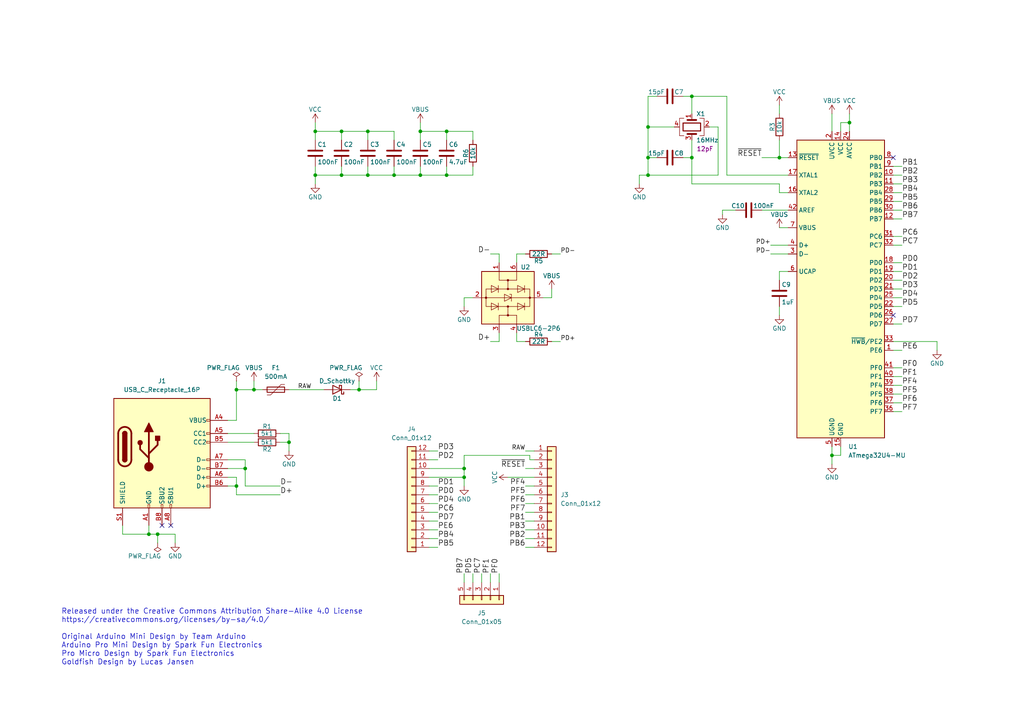
<source format=kicad_sch>
(kicad_sch (version 20230121) (generator eeschema)

  (uuid 17fc5d32-0cbf-44e0-a270-8dd1d66f377a)

  (paper "A4")

  (title_block
    (title "Goldfish v2")
    (date "04-09-2023")
    (rev "1")
  )

  (lib_symbols
    (symbol "goldfish_v2:ATmega32U4-M" (in_bom yes) (on_board yes)
      (property "Reference" "U" (at -12.7 44.45 0)
        (effects (font (size 1.27 1.27)) (justify left bottom))
      )
      (property "Value" "ATmega32U4-M" (at 2.54 -44.45 0)
        (effects (font (size 1.27 1.27)) (justify left top))
      )
      (property "Footprint" "Package_DFN_QFN:QFN-44-1EP_7x7mm_P0.5mm_EP5.2x5.2mm" (at 0 0 0)
        (effects (font (size 1.27 1.27) italic) hide)
      )
      (property "Datasheet" "http://ww1.microchip.com/downloads/en/DeviceDoc/Atmel-7766-8-bit-AVR-ATmega16U4-32U4_Datasheet.pdf" (at 0 0 0)
        (effects (font (size 1.27 1.27)) hide)
      )
      (property "ki_keywords" "AVR 8bit Microcontroller MegaAVR USB" (at 0 0 0)
        (effects (font (size 1.27 1.27)) hide)
      )
      (property "ki_description" "16MHz, 32kB Flash, 2.5kB SRAM, 1kB EEPROM, USB 2.0, QFN-44" (at 0 0 0)
        (effects (font (size 1.27 1.27)) hide)
      )
      (property "ki_fp_filters" "QFN*1EP*7x7mm*P0.5mm*" (at 0 0 0)
        (effects (font (size 1.27 1.27)) hide)
      )
      (symbol "ATmega32U4-M_0_1"
        (rectangle (start -12.7 -43.18) (end 12.7 43.18)
          (stroke (width 0.254) (type default))
          (fill (type background))
        )
      )
      (symbol "ATmega32U4-M_1_1"
        (pin bidirectional line (at 15.24 -17.78 180) (length 2.54)
          (name "PE6" (effects (font (size 1.27 1.27))))
          (number "1" (effects (font (size 1.27 1.27))))
        )
        (pin bidirectional line (at 15.24 33.02 180) (length 2.54)
          (name "PB2" (effects (font (size 1.27 1.27))))
          (number "10" (effects (font (size 1.27 1.27))))
        )
        (pin bidirectional line (at 15.24 30.48 180) (length 2.54)
          (name "PB3" (effects (font (size 1.27 1.27))))
          (number "11" (effects (font (size 1.27 1.27))))
        )
        (pin bidirectional line (at 15.24 20.32 180) (length 2.54)
          (name "PB7" (effects (font (size 1.27 1.27))))
          (number "12" (effects (font (size 1.27 1.27))))
        )
        (pin input line (at -15.24 38.1 0) (length 2.54)
          (name "~{RESET}" (effects (font (size 1.27 1.27))))
          (number "13" (effects (font (size 1.27 1.27))))
        )
        (pin power_in line (at 0 45.72 270) (length 2.54)
          (name "VCC" (effects (font (size 1.27 1.27))))
          (number "14" (effects (font (size 1.27 1.27))))
        )
        (pin power_in line (at 0 -45.72 90) (length 2.54)
          (name "GND" (effects (font (size 1.27 1.27))))
          (number "15" (effects (font (size 1.27 1.27))))
        )
        (pin output line (at -15.24 27.94 0) (length 2.54)
          (name "XTAL2" (effects (font (size 1.27 1.27))))
          (number "16" (effects (font (size 1.27 1.27))))
        )
        (pin input line (at -15.24 33.02 0) (length 2.54)
          (name "XTAL1" (effects (font (size 1.27 1.27))))
          (number "17" (effects (font (size 1.27 1.27))))
        )
        (pin bidirectional line (at 15.24 7.62 180) (length 2.54)
          (name "PD0" (effects (font (size 1.27 1.27))))
          (number "18" (effects (font (size 1.27 1.27))))
        )
        (pin bidirectional line (at 15.24 5.08 180) (length 2.54)
          (name "PD1" (effects (font (size 1.27 1.27))))
          (number "19" (effects (font (size 1.27 1.27))))
        )
        (pin power_in line (at -2.54 45.72 270) (length 2.54)
          (name "UVCC" (effects (font (size 1.27 1.27))))
          (number "2" (effects (font (size 1.27 1.27))))
        )
        (pin bidirectional line (at 15.24 2.54 180) (length 2.54)
          (name "PD2" (effects (font (size 1.27 1.27))))
          (number "20" (effects (font (size 1.27 1.27))))
        )
        (pin bidirectional line (at 15.24 0 180) (length 2.54)
          (name "PD3" (effects (font (size 1.27 1.27))))
          (number "21" (effects (font (size 1.27 1.27))))
        )
        (pin bidirectional line (at 15.24 -5.08 180) (length 2.54)
          (name "PD5" (effects (font (size 1.27 1.27))))
          (number "22" (effects (font (size 1.27 1.27))))
        )
        (pin passive line (at 0 -45.72 90) (length 2.54) hide
          (name "GND" (effects (font (size 1.27 1.27))))
          (number "23" (effects (font (size 1.27 1.27))))
        )
        (pin power_in line (at 2.54 45.72 270) (length 2.54)
          (name "AVCC" (effects (font (size 1.27 1.27))))
          (number "24" (effects (font (size 1.27 1.27))))
        )
        (pin bidirectional line (at 15.24 -2.54 180) (length 2.54)
          (name "PD4" (effects (font (size 1.27 1.27))))
          (number "25" (effects (font (size 1.27 1.27))))
        )
        (pin bidirectional line (at 15.24 -7.62 180) (length 2.54)
          (name "PD6" (effects (font (size 1.27 1.27))))
          (number "26" (effects (font (size 1.27 1.27))))
        )
        (pin bidirectional line (at 15.24 -10.16 180) (length 2.54)
          (name "PD7" (effects (font (size 1.27 1.27))))
          (number "27" (effects (font (size 1.27 1.27))))
        )
        (pin bidirectional line (at 15.24 27.94 180) (length 2.54)
          (name "PB4" (effects (font (size 1.27 1.27))))
          (number "28" (effects (font (size 1.27 1.27))))
        )
        (pin bidirectional line (at 15.24 25.4 180) (length 2.54)
          (name "PB5" (effects (font (size 1.27 1.27))))
          (number "29" (effects (font (size 1.27 1.27))))
        )
        (pin bidirectional line (at -15.24 10.16 0) (length 2.54)
          (name "D-" (effects (font (size 1.27 1.27))))
          (number "3" (effects (font (size 1.27 1.27))))
        )
        (pin bidirectional line (at 15.24 22.86 180) (length 2.54)
          (name "PB6" (effects (font (size 1.27 1.27))))
          (number "30" (effects (font (size 1.27 1.27))))
        )
        (pin bidirectional line (at 15.24 15.24 180) (length 2.54)
          (name "PC6" (effects (font (size 1.27 1.27))))
          (number "31" (effects (font (size 1.27 1.27))))
        )
        (pin bidirectional line (at 15.24 12.7 180) (length 2.54)
          (name "PC7" (effects (font (size 1.27 1.27))))
          (number "32" (effects (font (size 1.27 1.27))))
        )
        (pin bidirectional line (at 15.24 -15.24 180) (length 2.54)
          (name "~{HWB}/PE2" (effects (font (size 1.27 1.27))))
          (number "33" (effects (font (size 1.27 1.27))))
        )
        (pin passive line (at 0 45.72 270) (length 2.54) hide
          (name "VCC" (effects (font (size 1.27 1.27))))
          (number "34" (effects (font (size 1.27 1.27))))
        )
        (pin passive line (at 0 -45.72 90) (length 2.54) hide
          (name "GND" (effects (font (size 1.27 1.27))))
          (number "35" (effects (font (size 1.27 1.27))))
        )
        (pin bidirectional line (at 15.24 -35.56 180) (length 2.54)
          (name "PF7" (effects (font (size 1.27 1.27))))
          (number "36" (effects (font (size 1.27 1.27))))
        )
        (pin bidirectional line (at 15.24 -33.02 180) (length 2.54)
          (name "PF6" (effects (font (size 1.27 1.27))))
          (number "37" (effects (font (size 1.27 1.27))))
        )
        (pin bidirectional line (at 15.24 -30.48 180) (length 2.54)
          (name "PF5" (effects (font (size 1.27 1.27))))
          (number "38" (effects (font (size 1.27 1.27))))
        )
        (pin bidirectional line (at 15.24 -27.94 180) (length 2.54)
          (name "PF4" (effects (font (size 1.27 1.27))))
          (number "39" (effects (font (size 1.27 1.27))))
        )
        (pin bidirectional line (at -15.24 12.7 0) (length 2.54)
          (name "D+" (effects (font (size 1.27 1.27))))
          (number "4" (effects (font (size 1.27 1.27))))
        )
        (pin bidirectional line (at 15.24 -25.4 180) (length 2.54)
          (name "PF1" (effects (font (size 1.27 1.27))))
          (number "40" (effects (font (size 1.27 1.27))))
        )
        (pin bidirectional line (at 15.24 -22.86 180) (length 2.54)
          (name "PF0" (effects (font (size 1.27 1.27))))
          (number "41" (effects (font (size 1.27 1.27))))
        )
        (pin passive line (at -15.24 22.86 0) (length 2.54)
          (name "AREF" (effects (font (size 1.27 1.27))))
          (number "42" (effects (font (size 1.27 1.27))))
        )
        (pin passive line (at 0 -45.72 90) (length 2.54) hide
          (name "GND" (effects (font (size 1.27 1.27))))
          (number "43" (effects (font (size 1.27 1.27))))
        )
        (pin passive line (at 2.54 45.72 270) (length 2.54) hide
          (name "AVCC" (effects (font (size 1.27 1.27))))
          (number "44" (effects (font (size 1.27 1.27))))
        )
        (pin passive line (at 0 -45.72 90) (length 2.54) hide
          (name "GND" (effects (font (size 1.27 1.27))))
          (number "45" (effects (font (size 1.27 1.27))))
        )
        (pin passive line (at -2.54 -45.72 90) (length 2.54)
          (name "UGND" (effects (font (size 1.27 1.27))))
          (number "5" (effects (font (size 1.27 1.27))))
        )
        (pin passive line (at -15.24 5.08 0) (length 2.54)
          (name "UCAP" (effects (font (size 1.27 1.27))))
          (number "6" (effects (font (size 1.27 1.27))))
        )
        (pin input line (at -15.24 17.78 0) (length 2.54)
          (name "VBUS" (effects (font (size 1.27 1.27))))
          (number "7" (effects (font (size 1.27 1.27))))
        )
        (pin bidirectional line (at 15.24 38.1 180) (length 2.54)
          (name "PB0" (effects (font (size 1.27 1.27))))
          (number "8" (effects (font (size 1.27 1.27))))
        )
        (pin bidirectional line (at 15.24 35.56 180) (length 2.54)
          (name "PB1" (effects (font (size 1.27 1.27))))
          (number "9" (effects (font (size 1.27 1.27))))
        )
      )
    )
    (symbol "goldfish_v2:C" (pin_numbers hide) (pin_names (offset 0.254)) (in_bom yes) (on_board yes)
      (property "Reference" "C" (at 0.635 2.54 0)
        (effects (font (size 1.27 1.27)) (justify left))
      )
      (property "Value" "C" (at 0.635 -2.54 0)
        (effects (font (size 1.27 1.27)) (justify left))
      )
      (property "Footprint" "" (at 0.9652 -3.81 0)
        (effects (font (size 1.27 1.27)) hide)
      )
      (property "Datasheet" "~" (at 0 0 0)
        (effects (font (size 1.27 1.27)) hide)
      )
      (property "ki_keywords" "cap capacitor" (at 0 0 0)
        (effects (font (size 1.27 1.27)) hide)
      )
      (property "ki_description" "Unpolarized capacitor" (at 0 0 0)
        (effects (font (size 1.27 1.27)) hide)
      )
      (property "ki_fp_filters" "C_*" (at 0 0 0)
        (effects (font (size 1.27 1.27)) hide)
      )
      (symbol "C_0_1"
        (polyline
          (pts
            (xy -2.032 -0.762)
            (xy 2.032 -0.762)
          )
          (stroke (width 0.508) (type default))
          (fill (type none))
        )
        (polyline
          (pts
            (xy -2.032 0.762)
            (xy 2.032 0.762)
          )
          (stroke (width 0.508) (type default))
          (fill (type none))
        )
      )
      (symbol "C_1_1"
        (pin passive line (at 0 3.81 270) (length 2.794)
          (name "~" (effects (font (size 1.27 1.27))))
          (number "1" (effects (font (size 1.27 1.27))))
        )
        (pin passive line (at 0 -3.81 90) (length 2.794)
          (name "~" (effects (font (size 1.27 1.27))))
          (number "2" (effects (font (size 1.27 1.27))))
        )
      )
    )
    (symbol "goldfish_v2:Conn_01x05" (pin_names (offset 1.016) hide) (in_bom yes) (on_board yes)
      (property "Reference" "J" (at 0 7.62 0)
        (effects (font (size 1.27 1.27)))
      )
      (property "Value" "Conn_01x05" (at 0 -7.62 0)
        (effects (font (size 1.27 1.27)))
      )
      (property "Footprint" "" (at 0 0 0)
        (effects (font (size 1.27 1.27)) hide)
      )
      (property "Datasheet" "~" (at 0 0 0)
        (effects (font (size 1.27 1.27)) hide)
      )
      (property "ki_keywords" "connector" (at 0 0 0)
        (effects (font (size 1.27 1.27)) hide)
      )
      (property "ki_description" "Generic connector, single row, 01x05, script generated (kicad-library-utils/schlib/autogen/connector/)" (at 0 0 0)
        (effects (font (size 1.27 1.27)) hide)
      )
      (property "ki_fp_filters" "Connector*:*_1x??_*" (at 0 0 0)
        (effects (font (size 1.27 1.27)) hide)
      )
      (symbol "Conn_01x05_1_1"
        (rectangle (start -1.27 -4.953) (end 0 -5.207)
          (stroke (width 0.1524) (type default))
          (fill (type none))
        )
        (rectangle (start -1.27 -2.413) (end 0 -2.667)
          (stroke (width 0.1524) (type default))
          (fill (type none))
        )
        (rectangle (start -1.27 0.127) (end 0 -0.127)
          (stroke (width 0.1524) (type default))
          (fill (type none))
        )
        (rectangle (start -1.27 2.667) (end 0 2.413)
          (stroke (width 0.1524) (type default))
          (fill (type none))
        )
        (rectangle (start -1.27 5.207) (end 0 4.953)
          (stroke (width 0.1524) (type default))
          (fill (type none))
        )
        (rectangle (start -1.27 6.35) (end 1.27 -6.35)
          (stroke (width 0.254) (type default))
          (fill (type background))
        )
        (pin passive line (at -5.08 5.08 0) (length 3.81)
          (name "Pin_1" (effects (font (size 1.27 1.27))))
          (number "1" (effects (font (size 1.27 1.27))))
        )
        (pin passive line (at -5.08 2.54 0) (length 3.81)
          (name "Pin_2" (effects (font (size 1.27 1.27))))
          (number "2" (effects (font (size 1.27 1.27))))
        )
        (pin passive line (at -5.08 0 0) (length 3.81)
          (name "Pin_3" (effects (font (size 1.27 1.27))))
          (number "3" (effects (font (size 1.27 1.27))))
        )
        (pin passive line (at -5.08 -2.54 0) (length 3.81)
          (name "Pin_4" (effects (font (size 1.27 1.27))))
          (number "4" (effects (font (size 1.27 1.27))))
        )
        (pin passive line (at -5.08 -5.08 0) (length 3.81)
          (name "Pin_5" (effects (font (size 1.27 1.27))))
          (number "5" (effects (font (size 1.27 1.27))))
        )
      )
    )
    (symbol "goldfish_v2:Conn_01x12" (pin_names (offset 1.016) hide) (in_bom yes) (on_board yes)
      (property "Reference" "J" (at 0 15.24 0)
        (effects (font (size 1.27 1.27)))
      )
      (property "Value" "Conn_01x12" (at 0 -17.78 0)
        (effects (font (size 1.27 1.27)))
      )
      (property "Footprint" "" (at 0 0 0)
        (effects (font (size 1.27 1.27)) hide)
      )
      (property "Datasheet" "~" (at 0 0 0)
        (effects (font (size 1.27 1.27)) hide)
      )
      (property "ki_keywords" "connector" (at 0 0 0)
        (effects (font (size 1.27 1.27)) hide)
      )
      (property "ki_description" "Generic connector, single row, 01x12, script generated (kicad-library-utils/schlib/autogen/connector/)" (at 0 0 0)
        (effects (font (size 1.27 1.27)) hide)
      )
      (property "ki_fp_filters" "Connector*:*_1x??_*" (at 0 0 0)
        (effects (font (size 1.27 1.27)) hide)
      )
      (symbol "Conn_01x12_1_1"
        (rectangle (start -1.27 -15.113) (end 0 -15.367)
          (stroke (width 0.1524) (type default))
          (fill (type none))
        )
        (rectangle (start -1.27 -12.573) (end 0 -12.827)
          (stroke (width 0.1524) (type default))
          (fill (type none))
        )
        (rectangle (start -1.27 -10.033) (end 0 -10.287)
          (stroke (width 0.1524) (type default))
          (fill (type none))
        )
        (rectangle (start -1.27 -7.493) (end 0 -7.747)
          (stroke (width 0.1524) (type default))
          (fill (type none))
        )
        (rectangle (start -1.27 -4.953) (end 0 -5.207)
          (stroke (width 0.1524) (type default))
          (fill (type none))
        )
        (rectangle (start -1.27 -2.413) (end 0 -2.667)
          (stroke (width 0.1524) (type default))
          (fill (type none))
        )
        (rectangle (start -1.27 0.127) (end 0 -0.127)
          (stroke (width 0.1524) (type default))
          (fill (type none))
        )
        (rectangle (start -1.27 2.667) (end 0 2.413)
          (stroke (width 0.1524) (type default))
          (fill (type none))
        )
        (rectangle (start -1.27 5.207) (end 0 4.953)
          (stroke (width 0.1524) (type default))
          (fill (type none))
        )
        (rectangle (start -1.27 7.747) (end 0 7.493)
          (stroke (width 0.1524) (type default))
          (fill (type none))
        )
        (rectangle (start -1.27 10.287) (end 0 10.033)
          (stroke (width 0.1524) (type default))
          (fill (type none))
        )
        (rectangle (start -1.27 12.827) (end 0 12.573)
          (stroke (width 0.1524) (type default))
          (fill (type none))
        )
        (rectangle (start -1.27 13.97) (end 1.27 -16.51)
          (stroke (width 0.254) (type default))
          (fill (type background))
        )
        (pin passive line (at -5.08 12.7 0) (length 3.81)
          (name "Pin_1" (effects (font (size 1.27 1.27))))
          (number "1" (effects (font (size 1.27 1.27))))
        )
        (pin passive line (at -5.08 -10.16 0) (length 3.81)
          (name "Pin_10" (effects (font (size 1.27 1.27))))
          (number "10" (effects (font (size 1.27 1.27))))
        )
        (pin passive line (at -5.08 -12.7 0) (length 3.81)
          (name "Pin_11" (effects (font (size 1.27 1.27))))
          (number "11" (effects (font (size 1.27 1.27))))
        )
        (pin passive line (at -5.08 -15.24 0) (length 3.81)
          (name "Pin_12" (effects (font (size 1.27 1.27))))
          (number "12" (effects (font (size 1.27 1.27))))
        )
        (pin passive line (at -5.08 10.16 0) (length 3.81)
          (name "Pin_2" (effects (font (size 1.27 1.27))))
          (number "2" (effects (font (size 1.27 1.27))))
        )
        (pin passive line (at -5.08 7.62 0) (length 3.81)
          (name "Pin_3" (effects (font (size 1.27 1.27))))
          (number "3" (effects (font (size 1.27 1.27))))
        )
        (pin passive line (at -5.08 5.08 0) (length 3.81)
          (name "Pin_4" (effects (font (size 1.27 1.27))))
          (number "4" (effects (font (size 1.27 1.27))))
        )
        (pin passive line (at -5.08 2.54 0) (length 3.81)
          (name "Pin_5" (effects (font (size 1.27 1.27))))
          (number "5" (effects (font (size 1.27 1.27))))
        )
        (pin passive line (at -5.08 0 0) (length 3.81)
          (name "Pin_6" (effects (font (size 1.27 1.27))))
          (number "6" (effects (font (size 1.27 1.27))))
        )
        (pin passive line (at -5.08 -2.54 0) (length 3.81)
          (name "Pin_7" (effects (font (size 1.27 1.27))))
          (number "7" (effects (font (size 1.27 1.27))))
        )
        (pin passive line (at -5.08 -5.08 0) (length 3.81)
          (name "Pin_8" (effects (font (size 1.27 1.27))))
          (number "8" (effects (font (size 1.27 1.27))))
        )
        (pin passive line (at -5.08 -7.62 0) (length 3.81)
          (name "Pin_9" (effects (font (size 1.27 1.27))))
          (number "9" (effects (font (size 1.27 1.27))))
        )
      )
    )
    (symbol "goldfish_v2:Crystal_GND24" (pin_names (offset 1.016) hide) (in_bom yes) (on_board yes)
      (property "Reference" "Y" (at 3.175 5.08 0)
        (effects (font (size 1.27 1.27)) (justify left))
      )
      (property "Value" "Crystal_GND24" (at 3.175 3.175 0)
        (effects (font (size 1.27 1.27)) (justify left))
      )
      (property "Footprint" "" (at 0 0 0)
        (effects (font (size 1.27 1.27)) hide)
      )
      (property "Datasheet" "~" (at 0 0 0)
        (effects (font (size 1.27 1.27)) hide)
      )
      (property "ki_keywords" "quartz ceramic resonator oscillator" (at 0 0 0)
        (effects (font (size 1.27 1.27)) hide)
      )
      (property "ki_description" "Four pin crystal, GND on pins 2 and 4" (at 0 0 0)
        (effects (font (size 1.27 1.27)) hide)
      )
      (property "ki_fp_filters" "Crystal*" (at 0 0 0)
        (effects (font (size 1.27 1.27)) hide)
      )
      (symbol "Crystal_GND24_0_1"
        (rectangle (start -1.143 2.54) (end 1.143 -2.54)
          (stroke (width 0.3048) (type default))
          (fill (type none))
        )
        (polyline
          (pts
            (xy -2.54 0)
            (xy -2.032 0)
          )
          (stroke (width 0) (type default))
          (fill (type none))
        )
        (polyline
          (pts
            (xy -2.032 -1.27)
            (xy -2.032 1.27)
          )
          (stroke (width 0.508) (type default))
          (fill (type none))
        )
        (polyline
          (pts
            (xy 0 -3.81)
            (xy 0 -3.556)
          )
          (stroke (width 0) (type default))
          (fill (type none))
        )
        (polyline
          (pts
            (xy 0 3.556)
            (xy 0 3.81)
          )
          (stroke (width 0) (type default))
          (fill (type none))
        )
        (polyline
          (pts
            (xy 2.032 -1.27)
            (xy 2.032 1.27)
          )
          (stroke (width 0.508) (type default))
          (fill (type none))
        )
        (polyline
          (pts
            (xy 2.032 0)
            (xy 2.54 0)
          )
          (stroke (width 0) (type default))
          (fill (type none))
        )
        (polyline
          (pts
            (xy -2.54 -2.286)
            (xy -2.54 -3.556)
            (xy 2.54 -3.556)
            (xy 2.54 -2.286)
          )
          (stroke (width 0) (type default))
          (fill (type none))
        )
        (polyline
          (pts
            (xy -2.54 2.286)
            (xy -2.54 3.556)
            (xy 2.54 3.556)
            (xy 2.54 2.286)
          )
          (stroke (width 0) (type default))
          (fill (type none))
        )
      )
      (symbol "Crystal_GND24_1_1"
        (pin passive line (at -3.81 0 0) (length 1.27)
          (name "1" (effects (font (size 1.27 1.27))))
          (number "1" (effects (font (size 1.27 1.27))))
        )
        (pin passive line (at 0 5.08 270) (length 1.27)
          (name "2" (effects (font (size 1.27 1.27))))
          (number "2" (effects (font (size 1.27 1.27))))
        )
        (pin passive line (at 3.81 0 180) (length 1.27)
          (name "3" (effects (font (size 1.27 1.27))))
          (number "3" (effects (font (size 1.27 1.27))))
        )
        (pin passive line (at 0 -5.08 90) (length 1.27)
          (name "4" (effects (font (size 1.27 1.27))))
          (number "4" (effects (font (size 1.27 1.27))))
        )
      )
    )
    (symbol "goldfish_v2:D_Schottky" (pin_numbers hide) (pin_names (offset 1.016) hide) (in_bom yes) (on_board yes)
      (property "Reference" "D" (at 0 2.54 0)
        (effects (font (size 1.27 1.27)))
      )
      (property "Value" "D_Schottky" (at 0 -2.54 0)
        (effects (font (size 1.27 1.27)))
      )
      (property "Footprint" "" (at 0 0 0)
        (effects (font (size 1.27 1.27)) hide)
      )
      (property "Datasheet" "~" (at 0 0 0)
        (effects (font (size 1.27 1.27)) hide)
      )
      (property "ki_keywords" "diode Schottky" (at 0 0 0)
        (effects (font (size 1.27 1.27)) hide)
      )
      (property "ki_description" "Schottky diode" (at 0 0 0)
        (effects (font (size 1.27 1.27)) hide)
      )
      (property "ki_fp_filters" "TO-???* *_Diode_* *SingleDiode* D_*" (at 0 0 0)
        (effects (font (size 1.27 1.27)) hide)
      )
      (symbol "D_Schottky_0_1"
        (polyline
          (pts
            (xy 1.27 0)
            (xy -1.27 0)
          )
          (stroke (width 0) (type default))
          (fill (type none))
        )
        (polyline
          (pts
            (xy 1.27 1.27)
            (xy 1.27 -1.27)
            (xy -1.27 0)
            (xy 1.27 1.27)
          )
          (stroke (width 0.254) (type default))
          (fill (type none))
        )
        (polyline
          (pts
            (xy -1.905 0.635)
            (xy -1.905 1.27)
            (xy -1.27 1.27)
            (xy -1.27 -1.27)
            (xy -0.635 -1.27)
            (xy -0.635 -0.635)
          )
          (stroke (width 0.254) (type default))
          (fill (type none))
        )
      )
      (symbol "D_Schottky_1_1"
        (pin passive line (at -3.81 0 0) (length 2.54)
          (name "K" (effects (font (size 1.27 1.27))))
          (number "1" (effects (font (size 1.27 1.27))))
        )
        (pin passive line (at 3.81 0 180) (length 2.54)
          (name "A" (effects (font (size 1.27 1.27))))
          (number "2" (effects (font (size 1.27 1.27))))
        )
      )
    )
    (symbol "goldfish_v2:Polyfuse" (pin_numbers hide) (pin_names (offset 0)) (in_bom yes) (on_board yes)
      (property "Reference" "F" (at -2.54 0 90)
        (effects (font (size 1.27 1.27)))
      )
      (property "Value" "Polyfuse" (at 2.54 0 90)
        (effects (font (size 1.27 1.27)))
      )
      (property "Footprint" "" (at 1.27 -5.08 0)
        (effects (font (size 1.27 1.27)) (justify left) hide)
      )
      (property "Datasheet" "~" (at 0 0 0)
        (effects (font (size 1.27 1.27)) hide)
      )
      (property "ki_keywords" "resettable fuse PTC PPTC polyfuse polyswitch" (at 0 0 0)
        (effects (font (size 1.27 1.27)) hide)
      )
      (property "ki_description" "Resettable fuse, polymeric positive temperature coefficient" (at 0 0 0)
        (effects (font (size 1.27 1.27)) hide)
      )
      (property "ki_fp_filters" "*polyfuse* *PTC*" (at 0 0 0)
        (effects (font (size 1.27 1.27)) hide)
      )
      (symbol "Polyfuse_0_1"
        (rectangle (start -0.762 2.54) (end 0.762 -2.54)
          (stroke (width 0.254) (type default))
          (fill (type none))
        )
        (polyline
          (pts
            (xy 0 2.54)
            (xy 0 -2.54)
          )
          (stroke (width 0) (type default))
          (fill (type none))
        )
        (polyline
          (pts
            (xy -1.524 2.54)
            (xy -1.524 1.524)
            (xy 1.524 -1.524)
            (xy 1.524 -2.54)
          )
          (stroke (width 0) (type default))
          (fill (type none))
        )
      )
      (symbol "Polyfuse_1_1"
        (pin passive line (at 0 3.81 270) (length 1.27)
          (name "~" (effects (font (size 1.27 1.27))))
          (number "1" (effects (font (size 1.27 1.27))))
        )
        (pin passive line (at 0 -3.81 90) (length 1.27)
          (name "~" (effects (font (size 1.27 1.27))))
          (number "2" (effects (font (size 1.27 1.27))))
        )
      )
    )
    (symbol "goldfish_v2:R" (pin_numbers hide) (pin_names (offset 0)) (in_bom yes) (on_board yes)
      (property "Reference" "R" (at 2.032 0 90)
        (effects (font (size 1.27 1.27)))
      )
      (property "Value" "R" (at 0 0 90)
        (effects (font (size 1.27 1.27)))
      )
      (property "Footprint" "" (at -1.778 0 90)
        (effects (font (size 1.27 1.27)) hide)
      )
      (property "Datasheet" "~" (at 0 0 0)
        (effects (font (size 1.27 1.27)) hide)
      )
      (property "ki_keywords" "R res resistor" (at 0 0 0)
        (effects (font (size 1.27 1.27)) hide)
      )
      (property "ki_description" "Resistor" (at 0 0 0)
        (effects (font (size 1.27 1.27)) hide)
      )
      (property "ki_fp_filters" "R_*" (at 0 0 0)
        (effects (font (size 1.27 1.27)) hide)
      )
      (symbol "R_0_1"
        (rectangle (start -1.016 -2.54) (end 1.016 2.54)
          (stroke (width 0.254) (type default))
          (fill (type none))
        )
      )
      (symbol "R_1_1"
        (pin passive line (at 0 3.81 270) (length 1.27)
          (name "~" (effects (font (size 1.27 1.27))))
          (number "1" (effects (font (size 1.27 1.27))))
        )
        (pin passive line (at 0 -3.81 90) (length 1.27)
          (name "~" (effects (font (size 1.27 1.27))))
          (number "2" (effects (font (size 1.27 1.27))))
        )
      )
    )
    (symbol "goldfish_v2:USBLC6-2P6" (pin_names hide) (in_bom yes) (on_board yes)
      (property "Reference" "U" (at 2.54 8.89 0)
        (effects (font (size 1.27 1.27)) (justify left))
      )
      (property "Value" "USBLC6-2P6" (at 2.54 -8.89 0)
        (effects (font (size 1.27 1.27)) (justify left))
      )
      (property "Footprint" "Package_TO_SOT_SMD:SOT-666" (at 0 -12.7 0)
        (effects (font (size 1.27 1.27)) hide)
      )
      (property "Datasheet" "https://www.st.com/resource/en/datasheet/usblc6-2.pdf" (at 5.08 8.89 0)
        (effects (font (size 1.27 1.27)) hide)
      )
      (property "ki_keywords" "usb ethernet video" (at 0 0 0)
        (effects (font (size 1.27 1.27)) hide)
      )
      (property "ki_description" "Very low capacitance ESD protection diode, 2 data-line, SOT-666" (at 0 0 0)
        (effects (font (size 1.27 1.27)) hide)
      )
      (property "ki_fp_filters" "SOT?666*" (at 0 0 0)
        (effects (font (size 1.27 1.27)) hide)
      )
      (symbol "USBLC6-2P6_0_1"
        (rectangle (start -7.62 -7.62) (end 7.62 7.62)
          (stroke (width 0.254) (type default))
          (fill (type background))
        )
        (circle (center -5.08 0) (radius 0.254)
          (stroke (width 0) (type default))
          (fill (type outline))
        )
        (circle (center -2.54 0) (radius 0.254)
          (stroke (width 0) (type default))
          (fill (type outline))
        )
        (rectangle (start -2.54 6.35) (end 2.54 -6.35)
          (stroke (width 0) (type default))
          (fill (type none))
        )
        (circle (center 0 -6.35) (radius 0.254)
          (stroke (width 0) (type default))
          (fill (type outline))
        )
        (polyline
          (pts
            (xy -5.08 -2.54)
            (xy -7.62 -2.54)
          )
          (stroke (width 0) (type default))
          (fill (type none))
        )
        (polyline
          (pts
            (xy -5.08 0)
            (xy -5.08 -2.54)
          )
          (stroke (width 0) (type default))
          (fill (type none))
        )
        (polyline
          (pts
            (xy -5.08 2.54)
            (xy -7.62 2.54)
          )
          (stroke (width 0) (type default))
          (fill (type none))
        )
        (polyline
          (pts
            (xy -1.524 -2.794)
            (xy -3.556 -2.794)
          )
          (stroke (width 0) (type default))
          (fill (type none))
        )
        (polyline
          (pts
            (xy -1.524 4.826)
            (xy -3.556 4.826)
          )
          (stroke (width 0) (type default))
          (fill (type none))
        )
        (polyline
          (pts
            (xy 0 -7.62)
            (xy 0 -6.35)
          )
          (stroke (width 0) (type default))
          (fill (type none))
        )
        (polyline
          (pts
            (xy 0 -6.35)
            (xy 0 1.27)
          )
          (stroke (width 0) (type default))
          (fill (type none))
        )
        (polyline
          (pts
            (xy 0 1.27)
            (xy 0 6.35)
          )
          (stroke (width 0) (type default))
          (fill (type none))
        )
        (polyline
          (pts
            (xy 0 6.35)
            (xy 0 7.62)
          )
          (stroke (width 0) (type default))
          (fill (type none))
        )
        (polyline
          (pts
            (xy 1.524 -2.794)
            (xy 3.556 -2.794)
          )
          (stroke (width 0) (type default))
          (fill (type none))
        )
        (polyline
          (pts
            (xy 1.524 4.826)
            (xy 3.556 4.826)
          )
          (stroke (width 0) (type default))
          (fill (type none))
        )
        (polyline
          (pts
            (xy 5.08 -2.54)
            (xy 7.62 -2.54)
          )
          (stroke (width 0) (type default))
          (fill (type none))
        )
        (polyline
          (pts
            (xy 5.08 0)
            (xy 5.08 -2.54)
          )
          (stroke (width 0) (type default))
          (fill (type none))
        )
        (polyline
          (pts
            (xy 5.08 2.54)
            (xy 7.62 2.54)
          )
          (stroke (width 0) (type default))
          (fill (type none))
        )
        (polyline
          (pts
            (xy -2.54 0)
            (xy -5.08 0)
            (xy -5.08 2.54)
          )
          (stroke (width 0) (type default))
          (fill (type none))
        )
        (polyline
          (pts
            (xy 2.54 0)
            (xy 5.08 0)
            (xy 5.08 2.54)
          )
          (stroke (width 0) (type default))
          (fill (type none))
        )
        (polyline
          (pts
            (xy -3.556 -4.826)
            (xy -1.524 -4.826)
            (xy -2.54 -2.794)
            (xy -3.556 -4.826)
          )
          (stroke (width 0) (type default))
          (fill (type none))
        )
        (polyline
          (pts
            (xy -3.556 2.794)
            (xy -1.524 2.794)
            (xy -2.54 4.826)
            (xy -3.556 2.794)
          )
          (stroke (width 0) (type default))
          (fill (type none))
        )
        (polyline
          (pts
            (xy -1.016 -1.016)
            (xy 1.016 -1.016)
            (xy 0 1.016)
            (xy -1.016 -1.016)
          )
          (stroke (width 0) (type default))
          (fill (type none))
        )
        (polyline
          (pts
            (xy 1.016 1.016)
            (xy 0.762 1.016)
            (xy -1.016 1.016)
            (xy -1.016 0.508)
          )
          (stroke (width 0) (type default))
          (fill (type none))
        )
        (polyline
          (pts
            (xy 3.556 -4.826)
            (xy 1.524 -4.826)
            (xy 2.54 -2.794)
            (xy 3.556 -4.826)
          )
          (stroke (width 0) (type default))
          (fill (type none))
        )
        (polyline
          (pts
            (xy 3.556 2.794)
            (xy 1.524 2.794)
            (xy 2.54 4.826)
            (xy 3.556 2.794)
          )
          (stroke (width 0) (type default))
          (fill (type none))
        )
        (circle (center 0 6.35) (radius 0.254)
          (stroke (width 0) (type default))
          (fill (type outline))
        )
        (circle (center 2.54 0) (radius 0.254)
          (stroke (width 0) (type default))
          (fill (type outline))
        )
        (circle (center 5.08 0) (radius 0.254)
          (stroke (width 0) (type default))
          (fill (type outline))
        )
      )
      (symbol "USBLC6-2P6_1_1"
        (pin passive line (at -10.16 -2.54 0) (length 2.54)
          (name "I/O1" (effects (font (size 1.27 1.27))))
          (number "1" (effects (font (size 1.27 1.27))))
        )
        (pin passive line (at 0 -10.16 90) (length 2.54)
          (name "GND" (effects (font (size 1.27 1.27))))
          (number "2" (effects (font (size 1.27 1.27))))
        )
        (pin passive line (at 10.16 -2.54 180) (length 2.54)
          (name "I/O2" (effects (font (size 1.27 1.27))))
          (number "3" (effects (font (size 1.27 1.27))))
        )
        (pin passive line (at 10.16 2.54 180) (length 2.54)
          (name "I/O2" (effects (font (size 1.27 1.27))))
          (number "4" (effects (font (size 1.27 1.27))))
        )
        (pin passive line (at 0 10.16 270) (length 2.54)
          (name "VBUS" (effects (font (size 1.27 1.27))))
          (number "5" (effects (font (size 1.27 1.27))))
        )
        (pin passive line (at -10.16 2.54 0) (length 2.54)
          (name "I/O1" (effects (font (size 1.27 1.27))))
          (number "6" (effects (font (size 1.27 1.27))))
        )
      )
    )
    (symbol "goldfish_v2:USB_C_Receptacle_16P_TYPE-610-1.6-T3" (pin_names (offset 1.016)) (in_bom yes) (on_board yes)
      (property "Reference" "J1" (at -7.62 33.02 0)
        (effects (font (size 1.27 1.27)))
      )
      (property "Value" "USB_C_Receptacle_16P_TYPE-610-1.6-T3" (at 3.81 16.51 0)
        (effects (font (size 1.27 1.27)))
      )
      (property "Footprint" "TYPE-610-1.6-T3" (at 16.51 -19.05 0)
        (effects (font (size 1.27 1.27)) hide)
      )
      (property "Datasheet" "https://datasheet.lcsc.com/lcsc/2201241630_Yuandi-TYPE-610-1-6-T3_C2972115.pdf" (at 36.83 -34.29 0)
        (effects (font (size 1.27 1.27)) hide)
      )
      (property "Dielectric" "" (at 0 0 0)
        (effects (font (size 1.27 1.27)) hide)
      )
      (property "MPN" "GT-USB-7007E" (at 0 0 0)
        (effects (font (size 1.27 1.27)) hide)
      )
      (property "Tolerance" "" (at 0 0 0)
        (effects (font (size 1.27 1.27)) hide)
      )
      (property "JLCPCB" "C3019709" (at 0 0 0)
        (effects (font (size 1.27 1.27)) hide)
      )
      (property "Load Cap" "" (at 0 0 0)
        (effects (font (size 1.27 1.27)) hide)
      )
      (property "ki_keywords" "usb universal serial bus type-C USB2.0" (at 0 0 0)
        (effects (font (size 1.27 1.27)) hide)
      )
      (property "ki_description" "USB 2.0-only Type-C Receptacle connector" (at 0 0 0)
        (effects (font (size 1.27 1.27)) hide)
      )
      (property "ki_fp_filters" "USB*C*Receptacle*" (at 0 0 0)
        (effects (font (size 1.27 1.27)) hide)
      )
      (symbol "USB_C_Receptacle_16P_TYPE-610-1.6-T3_0_0"
        (rectangle (start -0.254 -17.78) (end 0.254 -16.764)
          (stroke (width 0) (type default))
          (fill (type none))
        )
        (rectangle (start 4.064 -17.78) (end 3.556 -16.764)
          (stroke (width 0) (type default))
          (fill (type none))
        )
        (rectangle (start 6.604 -17.78) (end 6.096 -16.764)
          (stroke (width 0) (type default))
          (fill (type none))
        )
        (rectangle (start 17.78 -11.176) (end 16.764 -11.684)
          (stroke (width 0) (type default))
          (fill (type none))
        )
        (rectangle (start 17.78 -8.636) (end 16.764 -9.144)
          (stroke (width 0) (type default))
          (fill (type none))
        )
        (rectangle (start 17.78 -6.096) (end 16.764 -6.604)
          (stroke (width 0) (type default))
          (fill (type none))
        )
        (rectangle (start 17.78 -3.556) (end 16.764 -4.064)
          (stroke (width 0) (type default))
          (fill (type none))
        )
        (rectangle (start 17.78 1.524) (end 16.764 1.016)
          (stroke (width 0) (type default))
          (fill (type none))
        )
        (rectangle (start 17.78 4.064) (end 16.764 3.556)
          (stroke (width 0) (type default))
          (fill (type none))
        )
        (rectangle (start 17.78 7.874) (end 16.764 7.366)
          (stroke (width 0) (type default))
          (fill (type none))
        )
      )
      (symbol "USB_C_Receptacle_16P_TYPE-610-1.6-T3_0_1"
        (rectangle (start -10.16 13.97) (end 17.78 -17.78)
          (stroke (width 0.254) (type default))
          (fill (type background))
        )
        (arc (start -8.89 -3.81) (mid -6.985 -5.7067) (end -5.08 -3.81)
          (stroke (width 0.508) (type default))
          (fill (type none))
        )
        (arc (start -7.62 -3.81) (mid -6.985 -4.4423) (end -6.35 -3.81)
          (stroke (width 0.254) (type default))
          (fill (type none))
        )
        (arc (start -7.62 -3.81) (mid -6.985 -4.4423) (end -6.35 -3.81)
          (stroke (width 0.254) (type default))
          (fill (type outline))
        )
        (rectangle (start -7.62 -3.81) (end -6.35 3.81)
          (stroke (width 0.254) (type default))
          (fill (type outline))
        )
        (arc (start -6.35 3.81) (mid -6.985 4.4423) (end -7.62 3.81)
          (stroke (width 0.254) (type default))
          (fill (type none))
        )
        (arc (start -6.35 3.81) (mid -6.985 4.4423) (end -7.62 3.81)
          (stroke (width 0.254) (type default))
          (fill (type outline))
        )
        (arc (start -5.08 3.81) (mid -6.985 5.7067) (end -8.89 3.81)
          (stroke (width 0.508) (type default))
          (fill (type none))
        )
        (circle (center -2.54 1.143) (radius 0.635)
          (stroke (width 0.254) (type default))
          (fill (type outline))
        )
        (circle (center 0 -5.842) (radius 1.27)
          (stroke (width 0) (type default))
          (fill (type outline))
        )
        (polyline
          (pts
            (xy -8.89 -3.81)
            (xy -8.89 3.81)
          )
          (stroke (width 0.508) (type default))
          (fill (type none))
        )
        (polyline
          (pts
            (xy -5.08 3.81)
            (xy -5.08 -3.81)
          )
          (stroke (width 0.508) (type default))
          (fill (type none))
        )
        (polyline
          (pts
            (xy 0 -5.842)
            (xy 0 4.318)
          )
          (stroke (width 0.508) (type default))
          (fill (type none))
        )
        (polyline
          (pts
            (xy 0 -3.302)
            (xy -2.54 -0.762)
            (xy -2.54 0.508)
          )
          (stroke (width 0.508) (type default))
          (fill (type none))
        )
        (polyline
          (pts
            (xy 0 -2.032)
            (xy 2.54 0.508)
            (xy 2.54 1.778)
          )
          (stroke (width 0.508) (type default))
          (fill (type none))
        )
        (polyline
          (pts
            (xy -1.27 4.318)
            (xy 0 6.858)
            (xy 1.27 4.318)
            (xy -1.27 4.318)
          )
          (stroke (width 0.254) (type default))
          (fill (type outline))
        )
        (rectangle (start 1.905 1.778) (end 3.175 3.048)
          (stroke (width 0.254) (type default))
          (fill (type outline))
        )
      )
      (symbol "USB_C_Receptacle_16P_TYPE-610-1.6-T3_1_1"
        (pin passive line (at 0 -22.86 90) (length 5.08)
          (name "GND" (effects (font (size 1.27 1.27))))
          (number "A1" (effects (font (size 1.27 1.27))))
        )
        (pin passive line (at 0 -22.86 90) (length 5.08) hide
          (name "GND" (effects (font (size 1.27 1.27))))
          (number "A12" (effects (font (size 1.27 1.27))))
        )
        (pin passive line (at 22.86 7.62 180) (length 5.08)
          (name "VBUS" (effects (font (size 1.27 1.27))))
          (number "A4" (effects (font (size 1.27 1.27))))
        )
        (pin bidirectional line (at 22.86 3.81 180) (length 5.08)
          (name "CC1" (effects (font (size 1.27 1.27))))
          (number "A5" (effects (font (size 1.27 1.27))))
        )
        (pin bidirectional line (at 22.86 -8.89 180) (length 5.08)
          (name "D+" (effects (font (size 1.27 1.27))))
          (number "A6" (effects (font (size 1.27 1.27))))
        )
        (pin bidirectional line (at 22.86 -3.81 180) (length 5.08)
          (name "D-" (effects (font (size 1.27 1.27))))
          (number "A7" (effects (font (size 1.27 1.27))))
        )
        (pin bidirectional line (at 6.35 -22.86 90) (length 5.08)
          (name "SBU1" (effects (font (size 1.27 1.27))))
          (number "A8" (effects (font (size 1.27 1.27))))
        )
        (pin passive line (at 22.86 7.62 180) (length 5.08) hide
          (name "VBUS" (effects (font (size 1.27 1.27))))
          (number "A9" (effects (font (size 1.27 1.27))))
        )
        (pin passive line (at 0 -22.86 90) (length 5.08) hide
          (name "GND" (effects (font (size 1.27 1.27))))
          (number "B1" (effects (font (size 1.27 1.27))))
        )
        (pin passive line (at 0 -22.86 90) (length 5.08) hide
          (name "GND" (effects (font (size 1.27 1.27))))
          (number "B12" (effects (font (size 1.27 1.27))))
        )
        (pin passive line (at 22.86 7.62 180) (length 5.08) hide
          (name "VBUS" (effects (font (size 1.27 1.27))))
          (number "B4" (effects (font (size 1.27 1.27))))
        )
        (pin bidirectional line (at 22.86 1.27 180) (length 5.08)
          (name "CC2" (effects (font (size 1.27 1.27))))
          (number "B5" (effects (font (size 1.27 1.27))))
        )
        (pin bidirectional line (at 22.86 -11.43 180) (length 5.08)
          (name "D+" (effects (font (size 1.27 1.27))))
          (number "B6" (effects (font (size 1.27 1.27))))
        )
        (pin bidirectional line (at 22.86 -6.35 180) (length 5.08)
          (name "D-" (effects (font (size 1.27 1.27))))
          (number "B7" (effects (font (size 1.27 1.27))))
        )
        (pin bidirectional line (at 3.81 -22.86 90) (length 5.08)
          (name "SBU2" (effects (font (size 1.27 1.27))))
          (number "B8" (effects (font (size 1.27 1.27))))
        )
        (pin passive line (at 22.86 7.62 180) (length 5.08) hide
          (name "VBUS" (effects (font (size 1.27 1.27))))
          (number "B9" (effects (font (size 1.27 1.27))))
        )
        (pin passive line (at -7.62 -22.86 90) (length 5.08)
          (name "SHIELD" (effects (font (size 1.27 1.27))))
          (number "S1" (effects (font (size 1.27 1.27))))
        )
      )
    )
    (symbol "power:GND" (power) (pin_names (offset 0)) (in_bom yes) (on_board yes)
      (property "Reference" "#PWR" (at 0 -6.35 0)
        (effects (font (size 1.27 1.27)) hide)
      )
      (property "Value" "GND" (at 0 -3.81 0)
        (effects (font (size 1.27 1.27)))
      )
      (property "Footprint" "" (at 0 0 0)
        (effects (font (size 1.27 1.27)) hide)
      )
      (property "Datasheet" "" (at 0 0 0)
        (effects (font (size 1.27 1.27)) hide)
      )
      (property "ki_keywords" "global power" (at 0 0 0)
        (effects (font (size 1.27 1.27)) hide)
      )
      (property "ki_description" "Power symbol creates a global label with name \"GND\" , ground" (at 0 0 0)
        (effects (font (size 1.27 1.27)) hide)
      )
      (symbol "GND_0_1"
        (polyline
          (pts
            (xy 0 0)
            (xy 0 -1.27)
            (xy 1.27 -1.27)
            (xy 0 -2.54)
            (xy -1.27 -1.27)
            (xy 0 -1.27)
          )
          (stroke (width 0) (type default))
          (fill (type none))
        )
      )
      (symbol "GND_1_1"
        (pin power_in line (at 0 0 270) (length 0) hide
          (name "GND" (effects (font (size 1.27 1.27))))
          (number "1" (effects (font (size 1.27 1.27))))
        )
      )
    )
    (symbol "power:PWR_FLAG" (power) (pin_numbers hide) (pin_names (offset 0) hide) (in_bom yes) (on_board yes)
      (property "Reference" "#FLG" (at 0 1.905 0)
        (effects (font (size 1.27 1.27)) hide)
      )
      (property "Value" "PWR_FLAG" (at 0 3.81 0)
        (effects (font (size 1.27 1.27)))
      )
      (property "Footprint" "" (at 0 0 0)
        (effects (font (size 1.27 1.27)) hide)
      )
      (property "Datasheet" "~" (at 0 0 0)
        (effects (font (size 1.27 1.27)) hide)
      )
      (property "ki_keywords" "flag power" (at 0 0 0)
        (effects (font (size 1.27 1.27)) hide)
      )
      (property "ki_description" "Special symbol for telling ERC where power comes from" (at 0 0 0)
        (effects (font (size 1.27 1.27)) hide)
      )
      (symbol "PWR_FLAG_0_0"
        (pin power_out line (at 0 0 90) (length 0)
          (name "pwr" (effects (font (size 1.27 1.27))))
          (number "1" (effects (font (size 1.27 1.27))))
        )
      )
      (symbol "PWR_FLAG_0_1"
        (polyline
          (pts
            (xy 0 0)
            (xy 0 1.27)
            (xy -1.016 1.905)
            (xy 0 2.54)
            (xy 1.016 1.905)
            (xy 0 1.27)
          )
          (stroke (width 0) (type default))
          (fill (type none))
        )
      )
    )
    (symbol "power:VBUS" (power) (pin_names (offset 0)) (in_bom yes) (on_board yes)
      (property "Reference" "#PWR" (at 0 -3.81 0)
        (effects (font (size 1.27 1.27)) hide)
      )
      (property "Value" "VBUS" (at 0 3.81 0)
        (effects (font (size 1.27 1.27)))
      )
      (property "Footprint" "" (at 0 0 0)
        (effects (font (size 1.27 1.27)) hide)
      )
      (property "Datasheet" "" (at 0 0 0)
        (effects (font (size 1.27 1.27)) hide)
      )
      (property "ki_keywords" "global power" (at 0 0 0)
        (effects (font (size 1.27 1.27)) hide)
      )
      (property "ki_description" "Power symbol creates a global label with name \"VBUS\"" (at 0 0 0)
        (effects (font (size 1.27 1.27)) hide)
      )
      (symbol "VBUS_0_1"
        (polyline
          (pts
            (xy -0.762 1.27)
            (xy 0 2.54)
          )
          (stroke (width 0) (type default))
          (fill (type none))
        )
        (polyline
          (pts
            (xy 0 0)
            (xy 0 2.54)
          )
          (stroke (width 0) (type default))
          (fill (type none))
        )
        (polyline
          (pts
            (xy 0 2.54)
            (xy 0.762 1.27)
          )
          (stroke (width 0) (type default))
          (fill (type none))
        )
      )
      (symbol "VBUS_1_1"
        (pin power_in line (at 0 0 90) (length 0) hide
          (name "VBUS" (effects (font (size 1.27 1.27))))
          (number "1" (effects (font (size 1.27 1.27))))
        )
      )
    )
    (symbol "power:VCC" (power) (pin_names (offset 0)) (in_bom yes) (on_board yes)
      (property "Reference" "#PWR" (at 0 -3.81 0)
        (effects (font (size 1.27 1.27)) hide)
      )
      (property "Value" "VCC" (at 0 3.81 0)
        (effects (font (size 1.27 1.27)))
      )
      (property "Footprint" "" (at 0 0 0)
        (effects (font (size 1.27 1.27)) hide)
      )
      (property "Datasheet" "" (at 0 0 0)
        (effects (font (size 1.27 1.27)) hide)
      )
      (property "ki_keywords" "global power" (at 0 0 0)
        (effects (font (size 1.27 1.27)) hide)
      )
      (property "ki_description" "Power symbol creates a global label with name \"VCC\"" (at 0 0 0)
        (effects (font (size 1.27 1.27)) hide)
      )
      (symbol "VCC_0_1"
        (polyline
          (pts
            (xy -0.762 1.27)
            (xy 0 2.54)
          )
          (stroke (width 0) (type default))
          (fill (type none))
        )
        (polyline
          (pts
            (xy 0 0)
            (xy 0 2.54)
          )
          (stroke (width 0) (type default))
          (fill (type none))
        )
        (polyline
          (pts
            (xy 0 2.54)
            (xy 0.762 1.27)
          )
          (stroke (width 0) (type default))
          (fill (type none))
        )
      )
      (symbol "VCC_1_1"
        (pin power_in line (at 0 0 90) (length 0) hide
          (name "VCC" (effects (font (size 1.27 1.27))))
          (number "1" (effects (font (size 1.27 1.27))))
        )
      )
    )
  )

  (junction (at 99.06 50.8) (diameter 0) (color 0 0 0 0)
    (uuid 0b1212ad-0877-43f7-a00d-2aed53505856)
  )
  (junction (at 129.54 38.1) (diameter 0) (color 0 0 0 0)
    (uuid 0b67da75-cf2b-4a42-b9e0-87794f41d6a7)
  )
  (junction (at 134.62 135.89) (diameter 0) (color 0 0 0 0)
    (uuid 1262e481-64ad-41c6-b1b0-367412ada7fc)
  )
  (junction (at 187.96 45.72) (diameter 0) (color 0 0 0 0)
    (uuid 16204e17-6b22-40fa-8479-dd5048e067b3)
  )
  (junction (at 246.38 35.56) (diameter 0) (color 0 0 0 0)
    (uuid 18509817-97a9-4077-bba0-00c4082c512f)
  )
  (junction (at 68.58 113.03) (diameter 0) (color 0 0 0 0)
    (uuid 1c0e210c-6887-4351-b49a-a56607df99d9)
  )
  (junction (at 106.68 38.1) (diameter 0) (color 0 0 0 0)
    (uuid 2f907c27-6f20-48bd-90b1-27983b891e9d)
  )
  (junction (at 45.72 154.94) (diameter 0) (color 0 0 0 0)
    (uuid 31a280d6-4d0d-466d-b787-036b3d51a6c0)
  )
  (junction (at 104.14 113.03) (diameter 0) (color 0 0 0 0)
    (uuid 495b1451-f760-4a40-bfd0-7bc5d7a81832)
  )
  (junction (at 200.66 45.72) (diameter 0) (color 0 0 0 0)
    (uuid 4e25dc1e-968a-4894-ae2e-92dbdab8f1e7)
  )
  (junction (at 73.66 113.03) (diameter 0) (color 0 0 0 0)
    (uuid 58b0cef0-1172-4676-940c-dad4af7be120)
  )
  (junction (at 83.82 128.27) (diameter 0) (color 0 0 0 0)
    (uuid 66652ced-3351-4c6b-a55c-1f840f069d34)
  )
  (junction (at 91.44 38.1) (diameter 0) (color 0 0 0 0)
    (uuid 6812d517-6b97-43df-af2d-1ac377b3a14d)
  )
  (junction (at 121.92 38.1) (diameter 0) (color 0 0 0 0)
    (uuid 6e4c792a-583d-4c83-b16d-5c34bc49a753)
  )
  (junction (at 91.44 50.8) (diameter 0) (color 0 0 0 0)
    (uuid 7351b683-47bd-46a7-9857-fe903ff269d0)
  )
  (junction (at 241.3 132.08) (diameter 0) (color 0 0 0 0)
    (uuid 755aba4f-a3bc-445a-a95c-1d4dddc70ca5)
  )
  (junction (at 71.12 135.89) (diameter 0) (color 0 0 0 0)
    (uuid 7a05ff83-802b-4586-bb3f-769d6638d222)
  )
  (junction (at 134.62 138.43) (diameter 0) (color 0 0 0 0)
    (uuid 7f3d21f5-1c88-45eb-9c11-9b3a75031705)
  )
  (junction (at 68.58 140.97) (diameter 0) (color 0 0 0 0)
    (uuid 834907fa-9534-4beb-b443-dfb01b5b11d0)
  )
  (junction (at 121.92 50.8) (diameter 0) (color 0 0 0 0)
    (uuid a3cd4cbe-55f8-4292-b2b1-d2e92229f15f)
  )
  (junction (at 106.68 50.8) (diameter 0) (color 0 0 0 0)
    (uuid a3f5b783-a38c-4994-9b7f-ea9bc6818e25)
  )
  (junction (at 129.54 50.8) (diameter 0) (color 0 0 0 0)
    (uuid bf8baa26-9fc2-4af2-b235-31fa64767daa)
  )
  (junction (at 200.66 27.94) (diameter 0) (color 0 0 0 0)
    (uuid c10194a6-1134-4741-b1fb-4830b0c3045c)
  )
  (junction (at 187.96 36.83) (diameter 0) (color 0 0 0 0)
    (uuid cbde431b-560d-4532-97c0-3e41a5c2ffc0)
  )
  (junction (at 226.06 45.72) (diameter 0) (color 0 0 0 0)
    (uuid da25c300-3f4c-4d14-9776-e28c8d663e21)
  )
  (junction (at 114.3 50.8) (diameter 0) (color 0 0 0 0)
    (uuid dce860a5-edff-459c-8b4b-0544499f2476)
  )
  (junction (at 99.06 38.1) (diameter 0) (color 0 0 0 0)
    (uuid dfac8be4-3d76-4210-b01f-96c16d5400f3)
  )
  (junction (at 43.18 154.94) (diameter 0) (color 0 0 0 0)
    (uuid e65ac47f-0953-451a-b0cf-656fb8f8ce4e)
  )
  (junction (at 187.96 50.8) (diameter 0) (color 0 0 0 0)
    (uuid e8dc9983-a507-4b34-a86d-9a785db0003a)
  )

  (no_connect (at 259.08 45.72) (uuid 150b1181-09b0-409e-a36a-3e2a5008b94e))
  (no_connect (at 46.99 152.4) (uuid 2afa60dc-7e29-4c53-bd88-fddfaa05aa16))
  (no_connect (at 259.08 91.44) (uuid d2cba16a-52e0-475c-8a8a-465b95c83428))
  (no_connect (at 49.53 152.4) (uuid f62beb00-882c-4dfa-997b-10fdca6cd5aa))

  (wire (pts (xy 137.16 40.64) (xy 137.16 38.1))
    (stroke (width 0) (type default))
    (uuid 00571a3c-b035-4e76-8788-838086e89c41)
  )
  (wire (pts (xy 139.7 166.37) (xy 139.7 168.91))
    (stroke (width 0) (type default))
    (uuid 00b14dd5-8151-4470-a8d8-c68d9d13ec85)
  )
  (wire (pts (xy 243.84 35.56) (xy 243.84 38.1))
    (stroke (width 0) (type default))
    (uuid 0b89653b-6f73-488f-b207-3edcb0dcb22e)
  )
  (wire (pts (xy 259.08 55.88) (xy 261.62 55.88))
    (stroke (width 0) (type default))
    (uuid 0dad14cc-de20-46eb-af81-b27fb9e6872f)
  )
  (wire (pts (xy 241.3 134.62) (xy 241.3 132.08))
    (stroke (width 0) (type default))
    (uuid 0f2a9288-6b86-410c-b01e-ef7112e11073)
  )
  (wire (pts (xy 187.96 50.8) (xy 208.28 50.8))
    (stroke (width 0) (type default))
    (uuid 13666337-5576-497c-9d6f-eb554a92c4d6)
  )
  (wire (pts (xy 152.4 151.13) (xy 154.94 151.13))
    (stroke (width 0) (type default))
    (uuid 13defb9e-8b1c-4885-8c41-1a5d8b787982)
  )
  (wire (pts (xy 73.66 113.03) (xy 76.2 113.03))
    (stroke (width 0) (type default))
    (uuid 140aee33-7c14-420a-b49b-d911c0ea7455)
  )
  (wire (pts (xy 81.28 128.27) (xy 83.82 128.27))
    (stroke (width 0) (type default))
    (uuid 14d9f1bc-7fbe-4873-98df-c6fa9ebe0021)
  )
  (wire (pts (xy 71.12 135.89) (xy 66.04 135.89))
    (stroke (width 0) (type default))
    (uuid 18a85451-693f-48d0-9754-3d5637229359)
  )
  (wire (pts (xy 99.06 50.8) (xy 99.06 48.26))
    (stroke (width 0) (type default))
    (uuid 1a21d6c7-c3c1-40ce-b598-e7c1f9a87b13)
  )
  (wire (pts (xy 187.96 45.72) (xy 190.5 45.72))
    (stroke (width 0) (type default))
    (uuid 1a931d8f-ad51-421a-a48d-52b36b8e085b)
  )
  (wire (pts (xy 226.06 33.02) (xy 226.06 30.48))
    (stroke (width 0) (type default))
    (uuid 1bc5a501-44df-48bf-98ed-ec9af463a486)
  )
  (wire (pts (xy 144.78 166.37) (xy 144.78 168.91))
    (stroke (width 0) (type default))
    (uuid 1ce4206c-81ab-41b6-b1b1-414aae119618)
  )
  (wire (pts (xy 259.08 78.74) (xy 261.62 78.74))
    (stroke (width 0) (type default))
    (uuid 204dc627-f042-4bc3-92ec-493f80c53451)
  )
  (wire (pts (xy 200.66 45.72) (xy 200.66 53.34))
    (stroke (width 0) (type default))
    (uuid 233618f9-f766-4345-a03a-04197832cf57)
  )
  (wire (pts (xy 134.62 132.08) (xy 134.62 135.89))
    (stroke (width 0) (type default))
    (uuid 2454d26a-754a-4780-89de-b86bacd95719)
  )
  (wire (pts (xy 106.68 38.1) (xy 106.68 40.64))
    (stroke (width 0) (type default))
    (uuid 245e9596-8c16-49f2-92ff-ea308c5b4d93)
  )
  (wire (pts (xy 226.06 55.88) (xy 228.6 55.88))
    (stroke (width 0) (type default))
    (uuid 250994ff-8edd-4367-89dd-8b690ed645ec)
  )
  (wire (pts (xy 226.06 88.9) (xy 226.06 91.44))
    (stroke (width 0) (type default))
    (uuid 2610913c-b4f6-477c-aaad-de25b75acab9)
  )
  (wire (pts (xy 259.08 50.8) (xy 261.62 50.8))
    (stroke (width 0) (type default))
    (uuid 2626a673-4dbc-465e-8fbb-6fc1558bdeff)
  )
  (wire (pts (xy 208.28 50.8) (xy 208.28 36.83))
    (stroke (width 0) (type default))
    (uuid 271924d2-1ee0-4e95-98c5-b87a7ea472d8)
  )
  (wire (pts (xy 106.68 38.1) (xy 114.3 38.1))
    (stroke (width 0) (type default))
    (uuid 27acd742-3f60-4bc9-b4b2-f346e5e6d641)
  )
  (wire (pts (xy 99.06 50.8) (xy 106.68 50.8))
    (stroke (width 0) (type default))
    (uuid 2a5bc0fb-9b05-45bb-aaf1-b9079e659e21)
  )
  (wire (pts (xy 124.46 158.75) (xy 127 158.75))
    (stroke (width 0) (type default))
    (uuid 2a728d8e-81e3-44db-bb7f-023aea7895d2)
  )
  (wire (pts (xy 68.58 121.92) (xy 66.04 121.92))
    (stroke (width 0) (type default))
    (uuid 2c36a52b-941b-4b98-96d4-2ecf888b76cd)
  )
  (wire (pts (xy 71.12 140.97) (xy 81.28 140.97))
    (stroke (width 0) (type default))
    (uuid 2d08b32f-60e4-46c1-bfae-f0be570df73e)
  )
  (wire (pts (xy 66.04 133.35) (xy 71.12 133.35))
    (stroke (width 0) (type default))
    (uuid 2f13abff-aae6-44a9-a451-935d65985791)
  )
  (wire (pts (xy 149.86 76.2) (xy 149.86 73.66))
    (stroke (width 0) (type default))
    (uuid 2f7fad45-e3fc-4936-a2ec-d924a8b0c36a)
  )
  (wire (pts (xy 241.3 33.02) (xy 241.3 38.1))
    (stroke (width 0) (type default))
    (uuid 3041d1b2-828d-4d61-b496-6211bbb2e30a)
  )
  (wire (pts (xy 185.42 50.8) (xy 187.96 50.8))
    (stroke (width 0) (type default))
    (uuid 334b0f22-5a10-440d-b9f9-12f0a67cfa2d)
  )
  (wire (pts (xy 259.08 106.68) (xy 261.62 106.68))
    (stroke (width 0) (type default))
    (uuid 33700ea7-4a46-44f6-8456-b89196a37444)
  )
  (wire (pts (xy 134.62 168.91) (xy 134.62 166.37))
    (stroke (width 0) (type default))
    (uuid 373927c9-75e1-443b-b98b-70cfa3028a6f)
  )
  (wire (pts (xy 198.12 45.72) (xy 200.66 45.72))
    (stroke (width 0) (type default))
    (uuid 3a5c93d5-f67b-4f13-814d-2cf514415cf2)
  )
  (wire (pts (xy 259.08 53.34) (xy 261.62 53.34))
    (stroke (width 0) (type default))
    (uuid 3c02af2b-058f-4335-b9ad-fe63983777f3)
  )
  (wire (pts (xy 124.46 156.21) (xy 127 156.21))
    (stroke (width 0) (type default))
    (uuid 3c7f2249-70df-4ba4-be48-8bb5f0a9bd4b)
  )
  (wire (pts (xy 68.58 138.43) (xy 68.58 140.97))
    (stroke (width 0) (type default))
    (uuid 3d0483e0-ee3f-4625-9de2-b372abdf0ed7)
  )
  (wire (pts (xy 43.18 154.94) (xy 43.18 152.4))
    (stroke (width 0) (type default))
    (uuid 3dd4c284-b81b-4e6a-a808-1095ee869a36)
  )
  (wire (pts (xy 66.04 140.97) (xy 68.58 140.97))
    (stroke (width 0) (type default))
    (uuid 3e0ea5e2-d35d-48fa-80a6-a6e2c4077edb)
  )
  (wire (pts (xy 35.56 152.4) (xy 35.56 154.94))
    (stroke (width 0) (type default))
    (uuid 3ec4db16-15e6-4c9c-87a1-d2d0c871a322)
  )
  (wire (pts (xy 241.3 132.08) (xy 243.84 132.08))
    (stroke (width 0) (type default))
    (uuid 4209287f-916b-4536-a11d-e0b8683896de)
  )
  (wire (pts (xy 259.08 58.42) (xy 261.62 58.42))
    (stroke (width 0) (type default))
    (uuid 42e3132f-59cb-4b78-8324-a2e2ea883f8c)
  )
  (wire (pts (xy 114.3 50.8) (xy 121.92 50.8))
    (stroke (width 0) (type default))
    (uuid 445174da-076f-4224-a581-d646b96fabad)
  )
  (wire (pts (xy 83.82 125.73) (xy 81.28 125.73))
    (stroke (width 0) (type default))
    (uuid 4530b098-8db4-454d-82ec-9fa1659879fe)
  )
  (wire (pts (xy 226.06 45.72) (xy 228.6 45.72))
    (stroke (width 0) (type default))
    (uuid 465cd9d7-5f40-4b6a-aea7-b7280e0376ec)
  )
  (wire (pts (xy 71.12 135.89) (xy 71.12 140.97))
    (stroke (width 0) (type default))
    (uuid 47f417ca-dfc3-4e04-9f9b-ead38e27270c)
  )
  (wire (pts (xy 71.12 133.35) (xy 71.12 135.89))
    (stroke (width 0) (type default))
    (uuid 48bde895-3468-4e33-a191-9c7a7869516f)
  )
  (wire (pts (xy 106.68 50.8) (xy 106.68 48.26))
    (stroke (width 0) (type default))
    (uuid 4a967392-e278-4472-aa11-790172428936)
  )
  (wire (pts (xy 271.78 99.06) (xy 271.78 101.6))
    (stroke (width 0) (type default))
    (uuid 510ee51e-90d5-4c68-87a7-b91a7666d74f)
  )
  (wire (pts (xy 68.58 143.51) (xy 81.28 143.51))
    (stroke (width 0) (type default))
    (uuid 5267cb07-0a5d-4518-9eb6-f061301bdf6e)
  )
  (wire (pts (xy 259.08 111.76) (xy 261.62 111.76))
    (stroke (width 0) (type default))
    (uuid 52b717a4-e517-47c8-8d36-6000f92fac3a)
  )
  (wire (pts (xy 246.38 35.56) (xy 246.38 38.1))
    (stroke (width 0) (type default))
    (uuid 53721eba-7ad5-4087-8e93-0ebc0ecb9381)
  )
  (wire (pts (xy 259.08 71.12) (xy 261.62 71.12))
    (stroke (width 0) (type default))
    (uuid 542da4f8-e0e1-4fa7-845d-14aa0af6256e)
  )
  (wire (pts (xy 243.84 132.08) (xy 243.84 129.54))
    (stroke (width 0) (type default))
    (uuid 548e819c-008f-4c0a-95d1-9e869c47640f)
  )
  (wire (pts (xy 152.4 158.75) (xy 154.94 158.75))
    (stroke (width 0) (type default))
    (uuid 5646cd55-83ed-4c9d-9b76-ea29355cf08a)
  )
  (wire (pts (xy 142.24 73.66) (xy 144.78 73.66))
    (stroke (width 0) (type default))
    (uuid 58cf9130-1e1a-4477-8d88-511f07d58ace)
  )
  (wire (pts (xy 68.58 140.97) (xy 68.58 143.51))
    (stroke (width 0) (type default))
    (uuid 59f3d7cd-3535-45b0-95d5-5c9f51cf3bc9)
  )
  (wire (pts (xy 259.08 68.58) (xy 261.62 68.58))
    (stroke (width 0) (type default))
    (uuid 5a04d326-abc1-4d4e-aedb-0ad5191c090c)
  )
  (wire (pts (xy 91.44 48.26) (xy 91.44 50.8))
    (stroke (width 0) (type default))
    (uuid 5ac8e79d-b4f4-446f-a800-8128c2e401f6)
  )
  (wire (pts (xy 209.55 62.23) (xy 209.55 60.96))
    (stroke (width 0) (type default))
    (uuid 5ec5e3f5-e776-4a43-a3e2-4dec8abc11ca)
  )
  (wire (pts (xy 43.18 154.94) (xy 45.72 154.94))
    (stroke (width 0) (type default))
    (uuid 5f035fb1-6c90-432f-b7f3-aa13f0500dfa)
  )
  (wire (pts (xy 210.82 27.94) (xy 200.66 27.94))
    (stroke (width 0) (type default))
    (uuid 5f8865a7-ef79-4b95-84f8-56f1855781c5)
  )
  (wire (pts (xy 121.92 40.64) (xy 121.92 38.1))
    (stroke (width 0) (type default))
    (uuid 6095f9da-c58c-4721-ad43-2958af46712c)
  )
  (wire (pts (xy 152.4 140.97) (xy 154.94 140.97))
    (stroke (width 0) (type default))
    (uuid 620e35cd-1551-4d64-8f12-3537c1cf5e0b)
  )
  (wire (pts (xy 124.46 143.51) (xy 127 143.51))
    (stroke (width 0) (type default))
    (uuid 62e0e13f-a943-4ca4-9568-1a1f09eada0e)
  )
  (wire (pts (xy 259.08 101.6) (xy 261.62 101.6))
    (stroke (width 0) (type default))
    (uuid 6308cfee-6799-48f7-bb7e-8fdee0036292)
  )
  (wire (pts (xy 241.3 132.08) (xy 241.3 129.54))
    (stroke (width 0) (type default))
    (uuid 64e0fc3c-bb0b-443b-97e8-98e3cb3246df)
  )
  (wire (pts (xy 91.44 50.8) (xy 99.06 50.8))
    (stroke (width 0) (type default))
    (uuid 64ed8015-96f9-4983-9ef6-44ee5014c1ac)
  )
  (wire (pts (xy 99.06 38.1) (xy 99.06 40.64))
    (stroke (width 0) (type default))
    (uuid 668fe934-bfbf-4a80-b2c8-cca45fafc251)
  )
  (wire (pts (xy 195.58 36.83) (xy 187.96 36.83))
    (stroke (width 0) (type default))
    (uuid 67774ff2-fd81-4e72-9fa1-620ddb76932f)
  )
  (wire (pts (xy 66.04 128.27) (xy 73.66 128.27))
    (stroke (width 0) (type default))
    (uuid 68fcbf80-8547-4bcc-83c0-bbeada24c111)
  )
  (wire (pts (xy 45.72 154.94) (xy 45.72 157.48))
    (stroke (width 0) (type default))
    (uuid 69b9d129-6e18-4a7f-9fb4-13f13ecb1c82)
  )
  (wire (pts (xy 83.82 125.73) (xy 83.82 128.27))
    (stroke (width 0) (type default))
    (uuid 6afbe9d7-6821-469f-a9e3-e81a929048ac)
  )
  (wire (pts (xy 259.08 116.84) (xy 261.62 116.84))
    (stroke (width 0) (type default))
    (uuid 6d019efa-a406-4b28-89e8-97b42a1056bb)
  )
  (wire (pts (xy 134.62 132.08) (xy 153.67 132.08))
    (stroke (width 0) (type default))
    (uuid 6eea929b-df61-41fa-b6ed-1451a1744ddf)
  )
  (wire (pts (xy 200.66 27.94) (xy 200.66 33.02))
    (stroke (width 0) (type default))
    (uuid 6f391256-9d34-416c-a1c4-f2d1f790cd1d)
  )
  (wire (pts (xy 259.08 48.26) (xy 261.62 48.26))
    (stroke (width 0) (type default))
    (uuid 6f438bb3-5691-497d-a971-97285ace9422)
  )
  (wire (pts (xy 259.08 60.96) (xy 261.62 60.96))
    (stroke (width 0) (type default))
    (uuid 75529721-0b7a-4aa9-b90d-2fbb3d73c884)
  )
  (wire (pts (xy 137.16 168.91) (xy 137.16 166.37))
    (stroke (width 0) (type default))
    (uuid 76f075e8-c3f3-44d8-a534-e01f947e7275)
  )
  (wire (pts (xy 210.82 27.94) (xy 210.82 50.8))
    (stroke (width 0) (type default))
    (uuid 79a6bda0-7a5f-4fad-bd2f-9cdd88e2dc4f)
  )
  (wire (pts (xy 160.02 83.82) (xy 160.02 86.36))
    (stroke (width 0) (type default))
    (uuid 7bb9bc21-e3d0-45a6-9126-e8c34d4a2a8d)
  )
  (wire (pts (xy 259.08 88.9) (xy 261.62 88.9))
    (stroke (width 0) (type default))
    (uuid 7d501e0c-27fc-447f-9c9f-307ad87b4012)
  )
  (wire (pts (xy 259.08 76.2) (xy 261.62 76.2))
    (stroke (width 0) (type default))
    (uuid 7d57a83c-dad0-4781-b75e-2e2a6f7b3e3b)
  )
  (wire (pts (xy 152.4 153.67) (xy 154.94 153.67))
    (stroke (width 0) (type default))
    (uuid 7ed7ac3b-cd5d-49e9-92f8-bcd62938d634)
  )
  (wire (pts (xy 144.78 99.06) (xy 144.78 96.52))
    (stroke (width 0) (type default))
    (uuid 7f2fac27-d456-4c2e-b9a3-2cb4f98dd6be)
  )
  (wire (pts (xy 220.98 60.96) (xy 228.6 60.96))
    (stroke (width 0) (type default))
    (uuid 7f37427f-130b-43a5-80fd-8e4a03a0a89e)
  )
  (wire (pts (xy 114.3 50.8) (xy 114.3 48.26))
    (stroke (width 0) (type default))
    (uuid 8004e5a5-fc09-4d40-be2c-76f781f879e6)
  )
  (wire (pts (xy 226.06 40.64) (xy 226.06 45.72))
    (stroke (width 0) (type default))
    (uuid 80942f81-dc9f-4e16-82e8-99744e4c49d1)
  )
  (wire (pts (xy 228.6 71.12) (xy 223.52 71.12))
    (stroke (width 0) (type default))
    (uuid 833365df-54a9-4630-83d5-5a887f76d0f3)
  )
  (wire (pts (xy 68.58 113.03) (xy 73.66 113.03))
    (stroke (width 0) (type default))
    (uuid 84c1ebf7-f1ff-4f5b-a9a1-a02840a8a304)
  )
  (wire (pts (xy 200.66 40.64) (xy 200.66 45.72))
    (stroke (width 0) (type default))
    (uuid 84fa6c21-62ca-4292-875b-1bd8cc4a4272)
  )
  (wire (pts (xy 91.44 50.8) (xy 91.44 53.34))
    (stroke (width 0) (type default))
    (uuid 86b29a94-3c08-4cc5-9fff-fce8d4640350)
  )
  (wire (pts (xy 228.6 66.04) (xy 226.06 66.04))
    (stroke (width 0) (type default))
    (uuid 90c1d6f3-bf62-4a3e-882c-a8f861349e0a)
  )
  (wire (pts (xy 124.46 133.35) (xy 127 133.35))
    (stroke (width 0) (type default))
    (uuid 96def186-b58b-4813-b5a5-37cc12a324cc)
  )
  (wire (pts (xy 149.86 73.66) (xy 152.4 73.66))
    (stroke (width 0) (type default))
    (uuid 976c32bf-0c33-43a4-9b0b-5202b1f8a70d)
  )
  (wire (pts (xy 142.24 99.06) (xy 144.78 99.06))
    (stroke (width 0) (type default))
    (uuid 9818d6d7-f045-480f-94a6-ad7ee35e2e14)
  )
  (wire (pts (xy 187.96 27.94) (xy 187.96 36.83))
    (stroke (width 0) (type default))
    (uuid 98936a69-ef2e-4ec0-bf88-c92ecaa46971)
  )
  (wire (pts (xy 129.54 50.8) (xy 129.54 48.26))
    (stroke (width 0) (type default))
    (uuid 99291aef-b6f5-4d2a-b9fc-05f12c83471c)
  )
  (wire (pts (xy 144.78 73.66) (xy 144.78 76.2))
    (stroke (width 0) (type default))
    (uuid 9a93e0b6-696c-412e-ae05-7929a69d2440)
  )
  (wire (pts (xy 259.08 119.38) (xy 261.62 119.38))
    (stroke (width 0) (type default))
    (uuid 9c28f81d-41d2-4bbc-ad54-07d8c0586f11)
  )
  (wire (pts (xy 50.8 154.94) (xy 50.8 157.48))
    (stroke (width 0) (type default))
    (uuid 9dde48fc-7bd8-4838-b295-100a190db6a7)
  )
  (wire (pts (xy 121.92 38.1) (xy 129.54 38.1))
    (stroke (width 0) (type default))
    (uuid a16ad4b8-9c2c-422a-8c73-a9214f6a793e)
  )
  (wire (pts (xy 124.46 151.13) (xy 127 151.13))
    (stroke (width 0) (type default))
    (uuid a1bdd5f8-4168-4388-8dd3-c433dca9a816)
  )
  (wire (pts (xy 134.62 138.43) (xy 124.46 138.43))
    (stroke (width 0) (type default))
    (uuid a1f85e98-8a2f-4f6f-80db-f83e49684dbf)
  )
  (wire (pts (xy 104.14 110.49) (xy 104.14 113.03))
    (stroke (width 0) (type default))
    (uuid a25b56d8-0472-4c4b-9ea8-6d38aafa6c95)
  )
  (wire (pts (xy 83.82 128.27) (xy 83.82 130.81))
    (stroke (width 0) (type default))
    (uuid a32182b5-59a9-430f-bb38-6d8e0124a65c)
  )
  (wire (pts (xy 124.46 153.67) (xy 127 153.67))
    (stroke (width 0) (type default))
    (uuid a8a1d0b1-5109-4ded-b99d-ba3372e4a1a9)
  )
  (wire (pts (xy 152.4 148.59) (xy 154.94 148.59))
    (stroke (width 0) (type default))
    (uuid a8a85cdd-ed53-49d3-bd93-1457e5ac4d00)
  )
  (wire (pts (xy 259.08 93.98) (xy 261.62 93.98))
    (stroke (width 0) (type default))
    (uuid aa47d12d-a036-44a2-beab-02688375431e)
  )
  (wire (pts (xy 160.02 73.66) (xy 162.56 73.66))
    (stroke (width 0) (type default))
    (uuid ab80aba7-934d-4943-a5eb-9f3fd8716887)
  )
  (wire (pts (xy 124.46 146.05) (xy 127 146.05))
    (stroke (width 0) (type default))
    (uuid ac044dc8-b131-432e-b454-1b02721fc221)
  )
  (wire (pts (xy 187.96 45.72) (xy 187.96 50.8))
    (stroke (width 0) (type default))
    (uuid ac90750c-dfec-4703-86d0-bc40d19b3fb0)
  )
  (wire (pts (xy 45.72 154.94) (xy 50.8 154.94))
    (stroke (width 0) (type default))
    (uuid b035fc8d-fe52-4992-aba3-32a049d08763)
  )
  (wire (pts (xy 68.58 113.03) (xy 68.58 121.92))
    (stroke (width 0) (type default))
    (uuid b0aec94a-bba5-4d79-acaa-0d01093f7587)
  )
  (wire (pts (xy 152.4 156.21) (xy 154.94 156.21))
    (stroke (width 0) (type default))
    (uuid b204d86b-23d1-4684-a07c-28889d6fd255)
  )
  (wire (pts (xy 91.44 38.1) (xy 91.44 40.64))
    (stroke (width 0) (type default))
    (uuid b3c93685-9447-4f79-968e-f5037cf663bb)
  )
  (wire (pts (xy 208.28 36.83) (xy 205.74 36.83))
    (stroke (width 0) (type default))
    (uuid b3cb9330-147b-4f0e-b2a7-00b01b8150ce)
  )
  (wire (pts (xy 134.62 135.89) (xy 134.62 138.43))
    (stroke (width 0) (type default))
    (uuid b5ff1b54-22ed-412c-904c-74954feea2ab)
  )
  (wire (pts (xy 243.84 35.56) (xy 246.38 35.56))
    (stroke (width 0) (type default))
    (uuid b64ddf16-5baf-4e1e-b9ce-8b171a014ed6)
  )
  (wire (pts (xy 124.46 135.89) (xy 134.62 135.89))
    (stroke (width 0) (type default))
    (uuid b6cc39aa-1dd8-4dd3-888a-b115c917eb9d)
  )
  (wire (pts (xy 190.5 27.94) (xy 187.96 27.94))
    (stroke (width 0) (type default))
    (uuid b802ea81-6e9c-47c6-8242-75f12de06d6a)
  )
  (wire (pts (xy 259.08 83.82) (xy 261.62 83.82))
    (stroke (width 0) (type default))
    (uuid b913a558-9ebb-4b8b-8e8c-fe94bc231582)
  )
  (wire (pts (xy 129.54 50.8) (xy 137.16 50.8))
    (stroke (width 0) (type default))
    (uuid b9d1276f-8393-4aef-afab-e89d657f942b)
  )
  (wire (pts (xy 121.92 50.8) (xy 121.92 48.26))
    (stroke (width 0) (type default))
    (uuid b9d97aa7-c691-4003-afdf-099419ce1c8b)
  )
  (wire (pts (xy 129.54 38.1) (xy 137.16 38.1))
    (stroke (width 0) (type default))
    (uuid bb978129-f495-43ca-9790-a1ca0d8839b5)
  )
  (wire (pts (xy 226.06 78.74) (xy 228.6 78.74))
    (stroke (width 0) (type default))
    (uuid bd1fc919-9664-4c18-855d-aedc1c2da5b9)
  )
  (wire (pts (xy 91.44 38.1) (xy 99.06 38.1))
    (stroke (width 0) (type default))
    (uuid bd2a8afd-3cb2-42be-ab0a-ef43ce14ed37)
  )
  (wire (pts (xy 121.92 38.1) (xy 121.92 35.56))
    (stroke (width 0) (type default))
    (uuid bee0bc39-0b60-42e7-8674-e75c827b9b41)
  )
  (wire (pts (xy 104.14 113.03) (xy 109.22 113.03))
    (stroke (width 0) (type default))
    (uuid c0379765-0928-46e6-9c68-dba2b9a93c55)
  )
  (wire (pts (xy 228.6 73.66) (xy 223.52 73.66))
    (stroke (width 0) (type default))
    (uuid c05ef340-c8a3-4f7b-9ddf-f7a3e72d211c)
  )
  (wire (pts (xy 259.08 99.06) (xy 271.78 99.06))
    (stroke (width 0) (type default))
    (uuid c4aaec33-e53f-4d60-8758-4cf405269600)
  )
  (wire (pts (xy 152.4 135.89) (xy 154.94 135.89))
    (stroke (width 0) (type default))
    (uuid c549741f-2437-4b39-8a73-bd4666c19887)
  )
  (wire (pts (xy 153.67 133.35) (xy 154.94 133.35))
    (stroke (width 0) (type default))
    (uuid c591a082-5d90-4f1c-b5bd-48f7eb865e67)
  )
  (wire (pts (xy 259.08 63.5) (xy 261.62 63.5))
    (stroke (width 0) (type default))
    (uuid c5b4e580-1d1b-439b-883b-b691f820fa92)
  )
  (wire (pts (xy 152.4 143.51) (xy 154.94 143.51))
    (stroke (width 0) (type default))
    (uuid c6af714f-4ad4-4415-a799-a2a9c52b61ed)
  )
  (wire (pts (xy 153.67 132.08) (xy 153.67 133.35))
    (stroke (width 0) (type default))
    (uuid c70eefd7-210d-4d43-ae6a-c4e1cfeae031)
  )
  (wire (pts (xy 101.6 113.03) (xy 104.14 113.03))
    (stroke (width 0) (type default))
    (uuid c71dac13-2f94-45e9-b1c0-36de66f8853c)
  )
  (wire (pts (xy 187.96 36.83) (xy 187.96 45.72))
    (stroke (width 0) (type default))
    (uuid c8de943c-9012-4ec0-a55f-84827dd9dc0c)
  )
  (wire (pts (xy 209.55 60.96) (xy 213.36 60.96))
    (stroke (width 0) (type default))
    (uuid c9db66fe-a745-4c06-b118-6f01ebf7e746)
  )
  (wire (pts (xy 66.04 138.43) (xy 68.58 138.43))
    (stroke (width 0) (type default))
    (uuid caff425e-56c9-4728-acb6-78cfbcc403a5)
  )
  (wire (pts (xy 73.66 113.03) (xy 73.66 110.49))
    (stroke (width 0) (type default))
    (uuid cbcc5fbc-4be5-4508-9066-eb28aad1f633)
  )
  (wire (pts (xy 35.56 154.94) (xy 43.18 154.94))
    (stroke (width 0) (type default))
    (uuid cdfa0ac4-1734-4a50-8498-03c5a008d3ba)
  )
  (wire (pts (xy 149.86 99.06) (xy 152.4 99.06))
    (stroke (width 0) (type default))
    (uuid cfbdfbb9-3e80-4b62-aecb-af026a8df781)
  )
  (wire (pts (xy 91.44 38.1) (xy 91.44 35.56))
    (stroke (width 0) (type default))
    (uuid cffbb0f6-50fe-4b14-ad0f-83ab3bd1b82f)
  )
  (wire (pts (xy 152.4 130.81) (xy 154.94 130.81))
    (stroke (width 0) (type default))
    (uuid d00d1475-dcb7-41dc-a0d7-1adff409e03e)
  )
  (wire (pts (xy 121.92 50.8) (xy 129.54 50.8))
    (stroke (width 0) (type default))
    (uuid d229783f-f465-4699-a565-b929ba067b88)
  )
  (wire (pts (xy 185.42 50.8) (xy 185.42 53.34))
    (stroke (width 0) (type default))
    (uuid d2fc76b7-dcdf-43a9-b951-fff94fb29e51)
  )
  (wire (pts (xy 142.24 168.91) (xy 142.24 166.37))
    (stroke (width 0) (type default))
    (uuid d504da67-c7d2-4785-9258-b778570c9ff8)
  )
  (wire (pts (xy 259.08 109.22) (xy 261.62 109.22))
    (stroke (width 0) (type default))
    (uuid d6c572f2-aebf-440d-bc0d-fb6dfcdfd082)
  )
  (wire (pts (xy 157.48 86.36) (xy 160.02 86.36))
    (stroke (width 0) (type default))
    (uuid daa6710a-4cf6-480a-8f03-5fea41c7e7a0)
  )
  (wire (pts (xy 160.02 99.06) (xy 162.56 99.06))
    (stroke (width 0) (type default))
    (uuid daaaa570-d360-485b-850b-ba5622fceebc)
  )
  (wire (pts (xy 134.62 86.36) (xy 134.62 88.9))
    (stroke (width 0) (type default))
    (uuid dbfb0a5e-ad66-4a36-ba17-92575b063429)
  )
  (wire (pts (xy 246.38 35.56) (xy 246.38 33.02))
    (stroke (width 0) (type default))
    (uuid de50a582-95f2-4c7b-8a10-e989a966d4c6)
  )
  (wire (pts (xy 124.46 148.59) (xy 127 148.59))
    (stroke (width 0) (type default))
    (uuid df402d9f-efc8-47f8-adb1-8dc4369a3afc)
  )
  (wire (pts (xy 109.22 113.03) (xy 109.22 110.49))
    (stroke (width 0) (type default))
    (uuid e26b51ac-e6ff-4271-894c-2e0673cf3024)
  )
  (wire (pts (xy 66.04 125.73) (xy 73.66 125.73))
    (stroke (width 0) (type default))
    (uuid e55df21a-3bad-4e64-a288-7e2074e5347c)
  )
  (wire (pts (xy 83.82 113.03) (xy 93.98 113.03))
    (stroke (width 0) (type default))
    (uuid e6635f68-e1f6-428f-a3ca-85487ce4c6af)
  )
  (wire (pts (xy 259.08 81.28) (xy 261.62 81.28))
    (stroke (width 0) (type default))
    (uuid e72ee946-72f1-4def-bab1-788a0b053f1c)
  )
  (wire (pts (xy 220.98 45.72) (xy 226.06 45.72))
    (stroke (width 0) (type default))
    (uuid e7a20876-8155-4695-b607-5d5a729f47ed)
  )
  (wire (pts (xy 147.32 138.43) (xy 154.94 138.43))
    (stroke (width 0) (type default))
    (uuid ea30dbd8-d7a9-4a52-80cd-d474d85d8beb)
  )
  (wire (pts (xy 68.58 110.49) (xy 68.58 113.03))
    (stroke (width 0) (type default))
    (uuid ebfaa3ea-2f7a-4a3b-9eb4-ae0d5414fcfc)
  )
  (wire (pts (xy 198.12 27.94) (xy 200.66 27.94))
    (stroke (width 0) (type default))
    (uuid ec3e055a-af76-4933-838a-dd49c2d34a97)
  )
  (wire (pts (xy 226.06 78.74) (xy 226.06 81.28))
    (stroke (width 0) (type default))
    (uuid edbdc56f-5fb8-4f00-a2f7-a92ad755be6b)
  )
  (wire (pts (xy 137.16 48.26) (xy 137.16 50.8))
    (stroke (width 0) (type default))
    (uuid ee06a133-579f-495e-b700-88c5f9f09c0d)
  )
  (wire (pts (xy 114.3 38.1) (xy 114.3 40.64))
    (stroke (width 0) (type default))
    (uuid ee474354-43c6-48b4-9f2e-0b38cab58ee8)
  )
  (wire (pts (xy 149.86 96.52) (xy 149.86 99.06))
    (stroke (width 0) (type default))
    (uuid eea9d0ce-d671-4343-85d9-1b0911684a03)
  )
  (wire (pts (xy 134.62 138.43) (xy 134.62 140.97))
    (stroke (width 0) (type default))
    (uuid ef441910-c15d-40ed-aa47-4b13f952912d)
  )
  (wire (pts (xy 106.68 50.8) (xy 114.3 50.8))
    (stroke (width 0) (type default))
    (uuid f01e08ae-f03f-4eac-8a44-3ac7c63ac26b)
  )
  (wire (pts (xy 226.06 53.34) (xy 226.06 55.88))
    (stroke (width 0) (type default))
    (uuid f167d9ec-73e5-48d1-a69c-fc09c74891bd)
  )
  (wire (pts (xy 137.16 86.36) (xy 134.62 86.36))
    (stroke (width 0) (type default))
    (uuid f25595ae-c317-4f81-b522-9a0c2ee2d350)
  )
  (wire (pts (xy 259.08 114.3) (xy 261.62 114.3))
    (stroke (width 0) (type default))
    (uuid f46161e4-f962-4b97-8403-a0cc13b5859c)
  )
  (wire (pts (xy 124.46 130.81) (xy 127 130.81))
    (stroke (width 0) (type default))
    (uuid f5b3db35-04d1-41ef-9f6a-82aa85a8155d)
  )
  (wire (pts (xy 200.66 53.34) (xy 226.06 53.34))
    (stroke (width 0) (type default))
    (uuid f6b809ce-944a-4d11-b5a1-335cb07b6805)
  )
  (wire (pts (xy 152.4 146.05) (xy 154.94 146.05))
    (stroke (width 0) (type default))
    (uuid f71a9a5f-fb18-4dbd-97cc-c68b02b076b2)
  )
  (wire (pts (xy 124.46 140.97) (xy 127 140.97))
    (stroke (width 0) (type default))
    (uuid f7aedb6a-119c-4735-871b-8ba1f3f54362)
  )
  (wire (pts (xy 99.06 38.1) (xy 106.68 38.1))
    (stroke (width 0) (type default))
    (uuid f9e79b82-1048-4df2-95fe-ce6c8e1cf54c)
  )
  (wire (pts (xy 210.82 50.8) (xy 228.6 50.8))
    (stroke (width 0) (type default))
    (uuid fbe027a7-f589-47d4-9ae1-d591132ea16a)
  )
  (wire (pts (xy 259.08 86.36) (xy 261.62 86.36))
    (stroke (width 0) (type default))
    (uuid fec8b152-1e8e-4971-ac10-c860669248e2)
  )
  (wire (pts (xy 129.54 38.1) (xy 129.54 40.64))
    (stroke (width 0) (type default))
    (uuid ffabb8f3-fec2-41d9-9867-db1032b0c7dd)
  )

  (text "Released under the Creative Commons Attribution Share-Alike 4.0 License\nhttps://creativecommons.org/licenses/by-sa/4.0/\n\nOriginal Arduino Mini Design by Team Arduino\nArduino Pro Mini Design by Spark Fun Electronics\nPro Micro Design by Spark Fun Electronics\nGoldfish Design by Lucas Jansen"
    (at 17.78 193.04 0)
    (effects (font (size 1.524 1.524)) (justify left bottom))
    (uuid 15ec1d83-c892-474f-8830-71018bbb2f04)
  )

  (label "PB1" (at 152.4 151.13 180) (fields_autoplaced)
    (effects (font (size 1.524 1.524)) (justify right bottom))
    (uuid 0974e795-a869-4591-979d-91008c90389d)
  )
  (label "PC7" (at 261.62 71.12 0) (fields_autoplaced)
    (effects (font (size 1.524 1.524)) (justify left bottom))
    (uuid 0df99ff9-a485-4c65-995f-41958e5d309a)
  )
  (label "RAW" (at 152.4 130.81 180) (fields_autoplaced)
    (effects (font (size 1.27 1.27)) (justify right bottom))
    (uuid 1723f9ff-b207-4bb2-9c41-49fe4da7101d)
  )
  (label "PB4" (at 127 156.21 0) (fields_autoplaced)
    (effects (font (size 1.524 1.524)) (justify left bottom))
    (uuid 18eb3f69-6bf2-4623-93d2-36fdca0c0306)
  )
  (label "PD5" (at 137.16 166.37 90) (fields_autoplaced)
    (effects (font (size 1.524 1.524)) (justify left bottom))
    (uuid 1a2696bf-d6f3-416b-aa7e-f1a2ee58afb2)
  )
  (label "PD7" (at 261.62 93.98 0) (fields_autoplaced)
    (effects (font (size 1.524 1.524)) (justify left bottom))
    (uuid 1f058f70-f455-4e78-b048-1b6e81cb2d77)
  )
  (label "PB3" (at 152.4 153.67 180) (fields_autoplaced)
    (effects (font (size 1.524 1.524)) (justify right bottom))
    (uuid 270198a8-7633-4bc8-9030-149cd0f16b94)
  )
  (label "PD4" (at 261.62 86.36 0) (fields_autoplaced)
    (effects (font (size 1.524 1.524)) (justify left bottom))
    (uuid 2b90a36b-9702-4cf1-a776-0bee3c3255d3)
  )
  (label "D-" (at 142.24 73.66 180) (fields_autoplaced)
    (effects (font (size 1.524 1.524)) (justify right bottom))
    (uuid 2cb8d9e1-4d30-4b25-a148-cae19e16bba4)
  )
  (label "PB6" (at 152.4 158.75 180) (fields_autoplaced)
    (effects (font (size 1.524 1.524)) (justify right bottom))
    (uuid 2d33c42e-0688-4627-9d27-90ba3e0b5c1f)
  )
  (label "PB1" (at 261.62 48.26 0) (fields_autoplaced)
    (effects (font (size 1.524 1.524)) (justify left bottom))
    (uuid 2eba5630-ee1b-45c9-bc91-fef0e2c2b5c8)
  )
  (label "PC7" (at 139.7 166.37 90) (fields_autoplaced)
    (effects (font (size 1.524 1.524)) (justify left bottom))
    (uuid 2f3918c4-0d05-44b5-a179-98796750a792)
  )
  (label "PB4" (at 261.62 55.88 0) (fields_autoplaced)
    (effects (font (size 1.524 1.524)) (justify left bottom))
    (uuid 300b4634-7409-45b8-b2ab-de9c86f1c3e2)
  )
  (label "PD+" (at 223.52 71.12 180) (fields_autoplaced)
    (effects (font (size 1.27 1.27)) (justify right bottom))
    (uuid 39bbd3d1-c5a7-4109-a935-6b19118b8469)
  )
  (label "PD5" (at 261.62 88.9 0) (fields_autoplaced)
    (effects (font (size 1.524 1.524)) (justify left bottom))
    (uuid 449f4376-99b9-4099-92a1-b53d283408f1)
  )
  (label "PB5" (at 127 158.75 0) (fields_autoplaced)
    (effects (font (size 1.524 1.524)) (justify left bottom))
    (uuid 507de2e8-20ba-4a16-ac0a-a3c21d0681f5)
  )
  (label "PF7" (at 261.62 119.38 0) (fields_autoplaced)
    (effects (font (size 1.524 1.524)) (justify left bottom))
    (uuid 51fde266-e230-4fb4-9f7d-affbc3ba638d)
  )
  (label "PD0" (at 127 143.51 0) (fields_autoplaced)
    (effects (font (size 1.524 1.524)) (justify left bottom))
    (uuid 547e0683-26a3-42ed-8e28-1b862dee720b)
  )
  (label "PF5" (at 152.4 143.51 180) (fields_autoplaced)
    (effects (font (size 1.524 1.524)) (justify right bottom))
    (uuid 54e2505a-62ec-43ce-919a-01c5d0d732e1)
  )
  (label "~{RESET}" (at 152.4 135.89 180) (fields_autoplaced)
    (effects (font (size 1.524 1.524)) (justify right bottom))
    (uuid 575b74e5-be02-4d39-8bef-3e47d1a1f70d)
  )
  (label "PD3" (at 261.62 83.82 0) (fields_autoplaced)
    (effects (font (size 1.524 1.524)) (justify left bottom))
    (uuid 57d35300-3835-4408-b848-c90e4ac36fea)
  )
  (label "PF0" (at 144.78 166.37 90) (fields_autoplaced)
    (effects (font (size 1.524 1.524)) (justify left bottom))
    (uuid 583fdb15-9a73-486b-b440-692d9e561fdf)
  )
  (label "PD3" (at 127 130.81 0) (fields_autoplaced)
    (effects (font (size 1.524 1.524)) (justify left bottom))
    (uuid 5b071551-aac0-4156-9bd0-6ee1de978b88)
  )
  (label "PF0" (at 261.62 106.68 0) (fields_autoplaced)
    (effects (font (size 1.524 1.524)) (justify left bottom))
    (uuid 60a5f847-bda5-493c-884c-dfe0899f0e56)
  )
  (label "PC6" (at 127 148.59 0) (fields_autoplaced)
    (effects (font (size 1.524 1.524)) (justify left bottom))
    (uuid 63ccf441-bf42-4d2d-9a0e-2c8b0d570bfe)
  )
  (label "PE6" (at 127 153.67 0) (fields_autoplaced)
    (effects (font (size 1.524 1.524)) (justify left bottom))
    (uuid 67eb9324-4833-49bd-8cec-f8a2c5e4b286)
  )
  (label "PD-" (at 223.52 73.66 180) (fields_autoplaced)
    (effects (font (size 1.27 1.27)) (justify right bottom))
    (uuid 6df9c143-c863-4018-8595-19a746d2925c)
  )
  (label "~{RESET}" (at 220.98 45.72 180) (fields_autoplaced)
    (effects (font (size 1.524 1.524)) (justify right bottom))
    (uuid 6f86bdd4-985d-4c14-b853-1417106b2023)
  )
  (label "D-" (at 81.28 140.97 0) (fields_autoplaced)
    (effects (font (size 1.524 1.524)) (justify left bottom))
    (uuid 7261fc8b-785a-4b42-a9dc-073025c7427a)
  )
  (label "PB7" (at 134.62 166.37 90) (fields_autoplaced)
    (effects (font (size 1.524 1.524)) (justify left bottom))
    (uuid 7698c664-3b06-44f1-a3af-0e42da738470)
  )
  (label "PF6" (at 152.4 146.05 180) (fields_autoplaced)
    (effects (font (size 1.524 1.524)) (justify right bottom))
    (uuid 76d27215-aecb-4b63-b086-979f71feee58)
  )
  (label "PB7" (at 261.62 63.5 0) (fields_autoplaced)
    (effects (font (size 1.524 1.524)) (justify left bottom))
    (uuid 86daae9e-8674-42d9-a91b-ab03b48b4c05)
  )
  (label "PB5" (at 261.62 58.42 0) (fields_autoplaced)
    (effects (font (size 1.524 1.524)) (justify left bottom))
    (uuid 8ed358f6-4a12-4cb1-abc8-1ce8f19856f8)
  )
  (label "PE6" (at 261.62 101.6 0) (fields_autoplaced)
    (effects (font (size 1.524 1.524)) (justify left bottom))
    (uuid 8fe6ceec-a3cf-45d8-8d1f-c438576da298)
  )
  (label "PD7" (at 127 151.13 0) (fields_autoplaced)
    (effects (font (size 1.524 1.524)) (justify left bottom))
    (uuid 8fec131a-2e32-4b14-9f00-7e518f528717)
  )
  (label "PF7" (at 152.4 148.59 180) (fields_autoplaced)
    (effects (font (size 1.524 1.524)) (justify right bottom))
    (uuid 900305c7-c39e-4720-8198-af0efa85c567)
  )
  (label "PD2" (at 261.62 81.28 0) (fields_autoplaced)
    (effects (font (size 1.524 1.524)) (justify left bottom))
    (uuid 96113ed5-fb89-4022-9027-a43502faf525)
  )
  (label "PD1" (at 127 140.97 0) (fields_autoplaced)
    (effects (font (size 1.524 1.524)) (justify left bottom))
    (uuid 97c2b223-8d07-4346-a3f3-f8161151b620)
  )
  (label "PB3" (at 261.62 53.34 0) (fields_autoplaced)
    (effects (font (size 1.524 1.524)) (justify left bottom))
    (uuid a4299526-0ce4-4fbf-98fa-5f7ce3a07339)
  )
  (label "PC6" (at 261.62 68.58 0) (fields_autoplaced)
    (effects (font (size 1.524 1.524)) (justify left bottom))
    (uuid a4a969d8-2f84-45e9-a85b-85a3d1d12619)
  )
  (label "PD-" (at 162.56 73.66 0) (fields_autoplaced)
    (effects (font (size 1.27 1.27)) (justify left bottom))
    (uuid a74bd17c-44fa-4832-9498-47887ba80ff9)
  )
  (label "PF1" (at 142.24 166.37 90) (fields_autoplaced)
    (effects (font (size 1.524 1.524)) (justify left bottom))
    (uuid ac8fa31b-fe44-47c7-864e-f25f04046500)
  )
  (label "PF4" (at 152.4 140.97 180) (fields_autoplaced)
    (effects (font (size 1.524 1.524)) (justify right bottom))
    (uuid b4bd4b49-ea3a-4943-a2dd-44b18ef3c80d)
  )
  (label "PD+" (at 162.56 99.06 0) (fields_autoplaced)
    (effects (font (size 1.27 1.27)) (justify left bottom))
    (uuid b5c6fb37-dc83-4015-b7c0-9ff79be505ac)
  )
  (label "PD0" (at 261.62 76.2 0) (fields_autoplaced)
    (effects (font (size 1.524 1.524)) (justify left bottom))
    (uuid b6277c14-5902-4bac-9e49-1bfb7ff009f6)
  )
  (label "PD1" (at 261.62 78.74 0) (fields_autoplaced)
    (effects (font (size 1.524 1.524)) (justify left bottom))
    (uuid b8418e7f-f210-4c3e-90d8-e3bf81c0619c)
  )
  (label "RAW" (at 86.36 113.03 0) (fields_autoplaced)
    (effects (font (size 1.27 1.27)) (justify left bottom))
    (uuid b99b4696-df10-4322-8d63-5126e8b84593)
  )
  (label "PB2" (at 261.62 50.8 0) (fields_autoplaced)
    (effects (font (size 1.524 1.524)) (justify left bottom))
    (uuid cefa403b-997f-4e3a-bbfc-ffdef4e8ead0)
  )
  (label "PF5" (at 261.62 114.3 0) (fields_autoplaced)
    (effects (font (size 1.524 1.524)) (justify left bottom))
    (uuid d16a149a-c6a1-45a8-b15b-4e13e61069cd)
  )
  (label "PD4" (at 127 146.05 0) (fields_autoplaced)
    (effects (font (size 1.524 1.524)) (justify left bottom))
    (uuid d443039c-665e-44ca-ad22-8327cba96beb)
  )
  (label "PF4" (at 261.62 111.76 0) (fields_autoplaced)
    (effects (font (size 1.524 1.524)) (justify left bottom))
    (uuid d4ce2c2e-e0c7-455c-9d03-956971598d3c)
  )
  (label "PD2" (at 127 133.35 0) (fields_autoplaced)
    (effects (font (size 1.524 1.524)) (justify left bottom))
    (uuid e6eaf5e6-91b8-469f-bd13-80cdf9441dee)
  )
  (label "D+" (at 142.24 99.06 180) (fields_autoplaced)
    (effects (font (size 1.524 1.524)) (justify right bottom))
    (uuid eaac85eb-a4d2-4495-a0c9-efe958a9b483)
  )
  (label "PB6" (at 261.62 60.96 0) (fields_autoplaced)
    (effects (font (size 1.524 1.524)) (justify left bottom))
    (uuid ee5d7dee-810a-499a-8230-c71351cf186b)
  )
  (label "PF6" (at 261.62 116.84 0) (fields_autoplaced)
    (effects (font (size 1.524 1.524)) (justify left bottom))
    (uuid f33271e5-a1ad-4f78-a235-9d344c944d32)
  )
  (label "PF1" (at 261.62 109.22 0) (fields_autoplaced)
    (effects (font (size 1.524 1.524)) (justify left bottom))
    (uuid fa6c223c-ce07-4585-9c60-7310971b2c6f)
  )
  (label "PB2" (at 152.4 156.21 180) (fields_autoplaced)
    (effects (font (size 1.524 1.524)) (justify right bottom))
    (uuid ffc7395d-cd96-4471-a5eb-75a62e8f473e)
  )
  (label "D+" (at 81.28 143.51 0) (fields_autoplaced)
    (effects (font (size 1.524 1.524)) (justify left bottom))
    (uuid ffff29eb-e3c8-403c-9636-5e87ac483cda)
  )

  (symbol (lib_id "power:GND") (at 134.62 140.97 0) (unit 1)
    (in_bom yes) (on_board yes) (dnp no)
    (uuid 02a1d416-87b4-4923-a70c-c7203a73d334)
    (property "Reference" "#PWR0119" (at 134.62 147.32 0)
      (effects (font (size 1.27 1.27)) hide)
    )
    (property "Value" "GND" (at 134.62 144.78 0)
      (effects (font (size 1.27 1.27)))
    )
    (property "Footprint" "" (at 134.62 140.97 0)
      (effects (font (size 1.27 1.27)) hide)
    )
    (property "Datasheet" "" (at 134.62 140.97 0)
      (effects (font (size 1.27 1.27)) hide)
    )
    (pin "1" (uuid 63f7bac4-b52e-47ba-8779-20ccc76ecbda))
    (instances
      (project "goldfish"
        (path "/17fc5d32-0cbf-44e0-a270-8dd1d66f377a"
          (reference "#PWR0119") (unit 1)
        )
      )
    )
  )

  (symbol (lib_id "power:PWR_FLAG") (at 104.14 110.49 0) (unit 1)
    (in_bom yes) (on_board yes) (dnp no)
    (uuid 050d59a7-2279-4143-b813-18494c95805e)
    (property "Reference" "#FLG0102" (at 104.14 108.585 0)
      (effects (font (size 1.27 1.27)) hide)
    )
    (property "Value" "PWR_FLAG" (at 100.33 106.68 0)
      (effects (font (size 1.27 1.27)))
    )
    (property "Footprint" "" (at 104.14 110.49 0)
      (effects (font (size 1.27 1.27)) hide)
    )
    (property "Datasheet" "~" (at 104.14 110.49 0)
      (effects (font (size 1.27 1.27)) hide)
    )
    (pin "1" (uuid 1b09a1d0-055a-4bbb-8beb-d21e97c1494f))
    (instances
      (project "goldfish"
        (path "/17fc5d32-0cbf-44e0-a270-8dd1d66f377a"
          (reference "#FLG0102") (unit 1)
        )
      )
    )
  )

  (symbol (lib_id "goldfish_v2:C") (at 194.31 27.94 270) (unit 1)
    (in_bom yes) (on_board yes) (dnp no)
    (uuid 08af1b45-08a9-4d0c-9410-4642c638cc20)
    (property "Reference" "C7" (at 195.58 26.67 90)
      (effects (font (size 1.27 1.27)) (justify left))
    )
    (property "Value" "15pF" (at 187.96 26.67 90)
      (effects (font (size 1.27 1.27)) (justify left))
    )
    (property "Footprint" "Capacitor_SMD:C_0402_1005Metric" (at 190.5 28.9052 0)
      (effects (font (size 1.27 1.27)) hide)
    )
    (property "Datasheet" "https://datasheet.lcsc.com/lcsc/2304140030_EYANG-Shenzhen-Eyang-Tech-Development-C0402C0G150G500NTB_C140684.pdf" (at 194.31 27.94 0)
      (effects (font (size 1.27 1.27)) hide)
    )
    (property "Dielectric" "C0G" (at 194.31 27.94 0)
      (effects (font (size 1.27 1.27)) hide)
    )
    (property "MPN" "C0402C0G150G500NTB" (at 194.31 27.94 0)
      (effects (font (size 1.27 1.27)) hide)
    )
    (property "Tolerance" "2%" (at 194.31 27.94 0)
      (effects (font (size 1.27 1.27)) hide)
    )
    (property "JLCPCB" "C140684" (at 194.31 27.94 0)
      (effects (font (size 1.27 1.27)) hide)
    )
    (property "Load Cap" "" (at 194.31 27.94 0)
      (effects (font (size 1.27 1.27)) hide)
    )
    (pin "1" (uuid b66be02b-f02f-4005-b08a-ae5d379308d0))
    (pin "2" (uuid 875b63d2-dc3e-47dd-8b01-5602186344ab))
    (instances
      (project "goldfish"
        (path "/17fc5d32-0cbf-44e0-a270-8dd1d66f377a"
          (reference "C7") (unit 1)
        )
      )
    )
  )

  (symbol (lib_id "goldfish_v2:ATmega32U4-M") (at 243.84 83.82 0) (unit 1)
    (in_bom yes) (on_board yes) (dnp no) (fields_autoplaced)
    (uuid 1463bc7d-f94d-4a95-a3e1-35ec7e333968)
    (property "Reference" "U1" (at 246.0341 129.54 0)
      (effects (font (size 1.27 1.27)) (justify left))
    )
    (property "Value" "ATmega32U4-MU" (at 246.0341 132.08 0)
      (effects (font (size 1.27 1.27)) (justify left))
    )
    (property "Footprint" "Package_DFN_QFN:QFN-44-1EP_7x7mm_P0.5mm_EP5.2x5.2mm" (at 243.84 83.82 0)
      (effects (font (size 1.27 1.27) italic) hide)
    )
    (property "Datasheet" "http://ww1.microchip.com/downloads/en/DeviceDoc/Atmel-7766-8-bit-AVR-ATmega16U4-32U4_Datasheet.pdf" (at 243.84 83.82 0)
      (effects (font (size 1.27 1.27)) hide)
    )
    (property "Dielectric" "" (at 243.84 83.82 0)
      (effects (font (size 1.27 1.27)) hide)
    )
    (property "MPN" "ATmega32U4-MU" (at 243.84 83.82 0)
      (effects (font (size 1.27 1.27)) hide)
    )
    (property "Tolerance" "" (at 243.84 83.82 0)
      (effects (font (size 1.27 1.27)) hide)
    )
    (property "JLCPCB" "C112161" (at 243.84 83.82 0)
      (effects (font (size 1.27 1.27)) hide)
    )
    (property "Load Cap" "" (at 243.84 83.82 0)
      (effects (font (size 1.27 1.27)) hide)
    )
    (pin "1" (uuid 06c04c55-285c-4f1a-afdb-02d6cf747dae))
    (pin "10" (uuid 0d955873-afaa-4910-870f-804cc15f4da9))
    (pin "11" (uuid 52bd79d1-6dd6-4d34-8d53-c04fe63e64fd))
    (pin "12" (uuid 41af5550-21a9-4f87-b777-86ccb1a80048))
    (pin "13" (uuid c16d4691-2597-4eb2-b893-57dfb060e7a9))
    (pin "14" (uuid 1624783f-1f2e-4cd6-8cb1-d68f11f2399b))
    (pin "15" (uuid d2a5a74c-0030-4c97-b47a-5049fcb47421))
    (pin "16" (uuid 0cc1b2ef-bf8b-438c-a4a4-0143ff35dc40))
    (pin "17" (uuid 995b28e2-c40b-4c3e-b473-ea37adedf949))
    (pin "18" (uuid fa5d5cfe-2606-4532-8ef8-892e5def627a))
    (pin "19" (uuid baff8d7e-efba-4bd2-8cce-320af05412ba))
    (pin "2" (uuid 98d60fe5-52f8-4520-b241-f0c8b8d97038))
    (pin "20" (uuid 8f5c77a7-0ef4-45c0-a9dd-fc92b70d9ede))
    (pin "21" (uuid b2983fd6-77cc-4e7b-ac34-e576d5e3e649))
    (pin "22" (uuid c9ecdb9e-d77b-4f52-8411-5e8254f0afd3))
    (pin "23" (uuid 4e6b99cf-311f-4ff0-9165-e1650d9b63dc))
    (pin "24" (uuid 0dc975e1-6811-4527-9f43-bd62c71bd4af))
    (pin "25" (uuid d5340d04-13ab-4a03-90b4-5f5277532387))
    (pin "26" (uuid cbb8dbae-b061-418b-8e9d-cc0de70867ed))
    (pin "27" (uuid 917bb748-b5f3-4034-b3ee-23b386712756))
    (pin "28" (uuid 759d563c-d0d9-4a8d-bf3b-5de9c982c728))
    (pin "29" (uuid 8bef54b4-b240-41d7-9f3d-274f0a826988))
    (pin "3" (uuid bb0e405a-2296-4e63-b1f1-bf8a2ca4e26d))
    (pin "30" (uuid b4cd465f-f95d-44bf-bd27-0e8258d0b4ff))
    (pin "31" (uuid 9a0f15c8-be27-4101-bedc-d96065e1b428))
    (pin "32" (uuid 3f4f66d5-0dc9-4730-bfa6-26f260f72912))
    (pin "33" (uuid cd91f554-36e7-44d3-90bb-8df2810df798))
    (pin "34" (uuid 82e9d5e1-95bd-44b0-8679-90bc229bf03f))
    (pin "35" (uuid 7745b999-233d-46e7-9a5d-f2d329e44d48))
    (pin "36" (uuid 6dd4459d-ae32-466c-aac0-9a9f35ea7d9d))
    (pin "37" (uuid d70f5b67-6c42-47db-803d-fde6460ae8d2))
    (pin "38" (uuid 2e78d841-174e-4ab7-bb7d-7156fd08d36b))
    (pin "39" (uuid d7e5dcf5-cdb1-4792-99c7-aa41402a32b3))
    (pin "4" (uuid 5bd89aff-f8e0-4513-b206-257e3b037972))
    (pin "40" (uuid 98f8cb39-07f2-4db9-873f-9419cbee1399))
    (pin "41" (uuid 294ee67f-817f-4139-9925-5f214758b8b9))
    (pin "42" (uuid c31b0989-a814-4bbb-bd80-b6f8f1e6f267))
    (pin "43" (uuid 82af75e9-f3eb-4cec-a61d-c75d5b7831b9))
    (pin "44" (uuid fbd3938e-9640-4bad-ab9d-cc0739f67e5e))
    (pin "45" (uuid ac43a1dc-809c-4780-aa80-875d526b3a86))
    (pin "5" (uuid 808d53e8-1e93-4fad-ad58-a3a6b61ef8a4))
    (pin "6" (uuid 8a5b8014-07f9-4039-9aea-33732a5bc81b))
    (pin "7" (uuid fc65e5f3-e6b7-47d6-b4cd-a06b16b0154e))
    (pin "8" (uuid fcc3b24c-95c6-40d2-8d81-16ace3f84547))
    (pin "9" (uuid 305f2efd-f005-4a89-a3d0-cfde3dbf97b3))
    (instances
      (project "goldfish"
        (path "/17fc5d32-0cbf-44e0-a270-8dd1d66f377a"
          (reference "U1") (unit 1)
        )
      )
    )
  )

  (symbol (lib_id "power:PWR_FLAG") (at 45.72 157.48 180) (unit 1)
    (in_bom yes) (on_board yes) (dnp no)
    (uuid 191900de-5afe-44cd-a87f-0336f2795dae)
    (property "Reference" "#FLG0101" (at 45.72 159.385 0)
      (effects (font (size 1.27 1.27)) hide)
    )
    (property "Value" "PWR_FLAG" (at 41.91 161.29 0)
      (effects (font (size 1.27 1.27)))
    )
    (property "Footprint" "" (at 45.72 157.48 0)
      (effects (font (size 1.27 1.27)) hide)
    )
    (property "Datasheet" "~" (at 45.72 157.48 0)
      (effects (font (size 1.27 1.27)) hide)
    )
    (pin "1" (uuid 7348c86d-7126-4c67-8a5c-3e429f4dd080))
    (instances
      (project "goldfish"
        (path "/17fc5d32-0cbf-44e0-a270-8dd1d66f377a"
          (reference "#FLG0101") (unit 1)
        )
      )
    )
  )

  (symbol (lib_id "power:VBUS") (at 73.66 110.49 0) (unit 1)
    (in_bom yes) (on_board yes) (dnp no)
    (uuid 360527cc-0f6e-4081-a025-56676a4f0f51)
    (property "Reference" "#PWR0107" (at 73.66 114.3 0)
      (effects (font (size 1.27 1.27)) hide)
    )
    (property "Value" "VBUS" (at 73.66 106.68 0)
      (effects (font (size 1.27 1.27)))
    )
    (property "Footprint" "" (at 73.66 110.49 0)
      (effects (font (size 1.27 1.27)) hide)
    )
    (property "Datasheet" "" (at 73.66 110.49 0)
      (effects (font (size 1.27 1.27)) hide)
    )
    (pin "1" (uuid 881ef1c7-c2a4-4e27-afaf-c699f42309e0))
    (instances
      (project "goldfish"
        (path "/17fc5d32-0cbf-44e0-a270-8dd1d66f377a"
          (reference "#PWR0107") (unit 1)
        )
      )
    )
  )

  (symbol (lib_id "power:VCC") (at 226.06 30.48 0) (unit 1)
    (in_bom yes) (on_board yes) (dnp no)
    (uuid 3a09e3ba-4afe-476f-a42f-8cded3a3e91d)
    (property "Reference" "#PWR0115" (at 226.06 34.29 0)
      (effects (font (size 1.27 1.27)) hide)
    )
    (property "Value" "VCC" (at 226.06 26.67 0)
      (effects (font (size 1.27 1.27)))
    )
    (property "Footprint" "" (at 226.06 30.48 0)
      (effects (font (size 1.27 1.27)) hide)
    )
    (property "Datasheet" "" (at 226.06 30.48 0)
      (effects (font (size 1.27 1.27)) hide)
    )
    (pin "1" (uuid 124f364f-5989-437c-8dac-9777477c7369))
    (instances
      (project "goldfish"
        (path "/17fc5d32-0cbf-44e0-a270-8dd1d66f377a"
          (reference "#PWR0115") (unit 1)
        )
      )
    )
  )

  (symbol (lib_id "power:GND") (at 91.44 53.34 0) (unit 1)
    (in_bom yes) (on_board yes) (dnp no)
    (uuid 43de3c53-948d-443c-94f2-95b4489e9170)
    (property "Reference" "#PWR0104" (at 91.44 59.69 0)
      (effects (font (size 1.27 1.27)) hide)
    )
    (property "Value" "GND" (at 91.44 57.15 0)
      (effects (font (size 1.27 1.27)))
    )
    (property "Footprint" "" (at 91.44 53.34 0)
      (effects (font (size 1.27 1.27)) hide)
    )
    (property "Datasheet" "" (at 91.44 53.34 0)
      (effects (font (size 1.27 1.27)) hide)
    )
    (pin "1" (uuid 6f63dc21-3452-43c0-8d35-dfd5d54d4f1b))
    (instances
      (project "goldfish"
        (path "/17fc5d32-0cbf-44e0-a270-8dd1d66f377a"
          (reference "#PWR0104") (unit 1)
        )
      )
    )
  )

  (symbol (lib_id "power:VCC") (at 246.38 33.02 0) (unit 1)
    (in_bom yes) (on_board yes) (dnp no)
    (uuid 479211b1-3d89-46df-b0fb-2bb3a22487cb)
    (property "Reference" "#PWR0114" (at 246.38 36.83 0)
      (effects (font (size 1.27 1.27)) hide)
    )
    (property "Value" "VCC" (at 246.38 29.21 0)
      (effects (font (size 1.27 1.27)))
    )
    (property "Footprint" "" (at 246.38 33.02 0)
      (effects (font (size 1.27 1.27)) hide)
    )
    (property "Datasheet" "" (at 246.38 33.02 0)
      (effects (font (size 1.27 1.27)) hide)
    )
    (pin "1" (uuid d699d41e-153d-4a6e-8dd0-cc032860e4bd))
    (instances
      (project "goldfish"
        (path "/17fc5d32-0cbf-44e0-a270-8dd1d66f377a"
          (reference "#PWR0114") (unit 1)
        )
      )
    )
  )

  (symbol (lib_id "power:PWR_FLAG") (at 68.58 110.49 0) (unit 1)
    (in_bom yes) (on_board yes) (dnp no)
    (uuid 4a12b385-f9a8-4f0a-9326-96c2346a9f5c)
    (property "Reference" "#FLG0103" (at 68.58 108.585 0)
      (effects (font (size 1.27 1.27)) hide)
    )
    (property "Value" "PWR_FLAG" (at 64.77 106.68 0)
      (effects (font (size 1.27 1.27)))
    )
    (property "Footprint" "" (at 68.58 110.49 0)
      (effects (font (size 1.27 1.27)) hide)
    )
    (property "Datasheet" "~" (at 68.58 110.49 0)
      (effects (font (size 1.27 1.27)) hide)
    )
    (pin "1" (uuid 85347e9b-78a6-4c7c-a2c7-6ba032398a2c))
    (instances
      (project "goldfish"
        (path "/17fc5d32-0cbf-44e0-a270-8dd1d66f377a"
          (reference "#FLG0103") (unit 1)
        )
      )
    )
  )

  (symbol (lib_id "power:GND") (at 209.55 62.23 0) (unit 1)
    (in_bom yes) (on_board yes) (dnp no)
    (uuid 4c472089-80d0-4023-8554-0e71cd870ec0)
    (property "Reference" "#PWR0111" (at 209.55 68.58 0)
      (effects (font (size 1.27 1.27)) hide)
    )
    (property "Value" "GND" (at 209.55 66.04 0)
      (effects (font (size 1.27 1.27)))
    )
    (property "Footprint" "" (at 209.55 62.23 0)
      (effects (font (size 1.27 1.27)) hide)
    )
    (property "Datasheet" "" (at 209.55 62.23 0)
      (effects (font (size 1.27 1.27)) hide)
    )
    (pin "1" (uuid d913b709-3c38-4d91-8990-ff3475eea7fd))
    (instances
      (project "goldfish"
        (path "/17fc5d32-0cbf-44e0-a270-8dd1d66f377a"
          (reference "#PWR0111") (unit 1)
        )
      )
    )
  )

  (symbol (lib_id "goldfish_v2:C") (at 91.44 44.45 0) (unit 1)
    (in_bom yes) (on_board yes) (dnp no)
    (uuid 4d71ca79-0ddb-4d95-8c0e-9837f79b9225)
    (property "Reference" "C1" (at 92.075 41.91 0)
      (effects (font (size 1.27 1.27)) (justify left))
    )
    (property "Value" "100nF" (at 92.075 46.99 0)
      (effects (font (size 1.27 1.27)) (justify left))
    )
    (property "Footprint" "Capacitor_SMD:C_0402_1005Metric" (at 92.4052 48.26 0)
      (effects (font (size 1.27 1.27)) hide)
    )
    (property "Datasheet" "https://datasheet.lcsc.com/lcsc/1912111437_PSA-Prosperity-Dielectrics-FN15X104J160PNG_C363530.pdf" (at 91.44 44.45 0)
      (effects (font (size 1.27 1.27)) hide)
    )
    (property "Dielectric" "X7R" (at 91.44 44.45 0)
      (effects (font (size 1.27 1.27)) hide)
    )
    (property "MPN" "FN15X104J160PNG" (at 91.44 44.45 0)
      (effects (font (size 1.27 1.27)) hide)
    )
    (property "Tolerance" "5%" (at 91.44 44.45 0)
      (effects (font (size 1.27 1.27)) hide)
    )
    (property "JLCPCB" "C363530" (at 91.44 44.45 0)
      (effects (font (size 1.27 1.27)) hide)
    )
    (property "Load Cap" "" (at 91.44 44.45 0)
      (effects (font (size 1.27 1.27)) hide)
    )
    (pin "1" (uuid 08e145d1-2368-452c-a77e-4479c8fb81d5))
    (pin "2" (uuid 484e8163-80cf-4d8d-ae53-111bbe883857))
    (instances
      (project "goldfish"
        (path "/17fc5d32-0cbf-44e0-a270-8dd1d66f377a"
          (reference "C1") (unit 1)
        )
      )
    )
  )

  (symbol (lib_id "power:VBUS") (at 226.06 66.04 0) (unit 1)
    (in_bom yes) (on_board yes) (dnp no)
    (uuid 4e8fa47e-f024-4f24-8c14-c2a53b84d96d)
    (property "Reference" "#PWR0112" (at 226.06 69.85 0)
      (effects (font (size 1.27 1.27)) hide)
    )
    (property "Value" "VBUS" (at 226.06 62.23 0)
      (effects (font (size 1.27 1.27)))
    )
    (property "Footprint" "" (at 226.06 66.04 0)
      (effects (font (size 1.27 1.27)) hide)
    )
    (property "Datasheet" "" (at 226.06 66.04 0)
      (effects (font (size 1.27 1.27)) hide)
    )
    (pin "1" (uuid 49ea278f-67db-4c16-bb25-3d7168682163))
    (instances
      (project "goldfish"
        (path "/17fc5d32-0cbf-44e0-a270-8dd1d66f377a"
          (reference "#PWR0112") (unit 1)
        )
      )
    )
  )

  (symbol (lib_id "goldfish_v2:Conn_01x12") (at 119.38 146.05 180) (unit 1)
    (in_bom yes) (on_board yes) (dnp no) (fields_autoplaced)
    (uuid 5ee710fc-7648-4653-9d09-ba8d12bf5b45)
    (property "Reference" "J4" (at 119.38 124.46 0)
      (effects (font (size 1.27 1.27)))
    )
    (property "Value" "Conn_01x12" (at 119.38 127 0)
      (effects (font (size 1.27 1.27)))
    )
    (property "Footprint" "Goldfish_V2:Pins_x12" (at 119.38 146.05 0)
      (effects (font (size 1.27 1.27)) hide)
    )
    (property "Datasheet" "~" (at 119.38 146.05 0)
      (effects (font (size 1.27 1.27)) hide)
    )
    (property "Dielectric" "" (at 119.38 146.05 0)
      (effects (font (size 1.27 1.27)) hide)
    )
    (property "MPN" "" (at 119.38 146.05 0)
      (effects (font (size 1.27 1.27)) hide)
    )
    (property "Tolerance" "" (at 119.38 146.05 0)
      (effects (font (size 1.27 1.27)) hide)
    )
    (property "JLCPCB" "" (at 119.38 146.05 0)
      (effects (font (size 1.27 1.27)) hide)
    )
    (property "Load Cap" "" (at 119.38 146.05 0)
      (effects (font (size 1.27 1.27)) hide)
    )
    (pin "1" (uuid 348ce32a-6a81-4a05-ac3a-6230f54ccba4))
    (pin "10" (uuid 012809af-5e26-48c9-94b0-4b12be9567a1))
    (pin "11" (uuid 002151a4-bfd7-47e2-9e61-c04001dce8a1))
    (pin "12" (uuid 6d7577f0-dcd1-4be6-bbd2-d8f28c83b07d))
    (pin "2" (uuid be07a982-c265-46a6-a0a7-531ff26de6f1))
    (pin "3" (uuid c25d1fb5-7f0c-40a2-8b6d-a55597f2adfa))
    (pin "4" (uuid d0b36771-012e-4a1c-aa1b-adcf6a5f09a7))
    (pin "5" (uuid 2170e842-9dd0-4c48-9f25-f070e329ebc0))
    (pin "6" (uuid b60159af-5905-4600-ab51-cc6445fda860))
    (pin "7" (uuid b713761c-4051-4e83-add7-85739de87733))
    (pin "8" (uuid 12e65f13-eccb-4532-938e-8caac1e0110d))
    (pin "9" (uuid 9076d785-2726-40f1-a4bf-bbc4fa5fa648))
    (instances
      (project "goldfish"
        (path "/17fc5d32-0cbf-44e0-a270-8dd1d66f377a"
          (reference "J4") (unit 1)
        )
      )
    )
  )

  (symbol (lib_id "goldfish_v2:R") (at 77.47 128.27 270) (unit 1)
    (in_bom yes) (on_board yes) (dnp no)
    (uuid 5f0c72f7-e190-4150-b21e-0f0397d2c45c)
    (property "Reference" "R2" (at 77.47 130.302 90)
      (effects (font (size 1.27 1.27)))
    )
    (property "Value" "5k1" (at 77.47 128.27 90)
      (effects (font (size 1.27 1.27)))
    )
    (property "Footprint" "Resistor_SMD:R_0603_1608Metric" (at 77.47 126.492 90)
      (effects (font (size 1.27 1.27)) hide)
    )
    (property "Datasheet" "" (at 77.47 128.27 0)
      (effects (font (size 1.27 1.27)) hide)
    )
    (property "Dielectric" "" (at 77.47 128.27 0)
      (effects (font (size 1.27 1.27)) hide)
    )
    (property "MPN" "RMS06JT512" (at 77.47 128.27 0)
      (effects (font (size 1.27 1.27)) hide)
    )
    (property "Tolerance" "" (at 77.47 128.27 0)
      (effects (font (size 1.27 1.27)) hide)
    )
    (property "JLCPCB" " C209245 " (at 77.47 128.27 0)
      (effects (font (size 1.27 1.27)) hide)
    )
    (property "Load Cap" "" (at 77.47 128.27 0)
      (effects (font (size 1.27 1.27)) hide)
    )
    (pin "1" (uuid b12f62d8-0ef4-43cd-a037-99d31d9e5638))
    (pin "2" (uuid 6e96e031-79c2-44c4-b730-0fcfac3186fd))
    (instances
      (project "goldfish"
        (path "/17fc5d32-0cbf-44e0-a270-8dd1d66f377a"
          (reference "R2") (unit 1)
        )
      )
    )
  )

  (symbol (lib_id "goldfish_v2:C") (at 121.92 44.45 0) (unit 1)
    (in_bom yes) (on_board yes) (dnp no)
    (uuid 6386bb1a-262e-4e87-93dd-4147eeaaa80e)
    (property "Reference" "C5" (at 122.555 41.91 0)
      (effects (font (size 1.27 1.27)) (justify left))
    )
    (property "Value" "100nF" (at 122.555 46.99 0)
      (effects (font (size 1.27 1.27)) (justify left))
    )
    (property "Footprint" "Capacitor_SMD:C_0402_1005Metric" (at 122.8852 48.26 0)
      (effects (font (size 1.27 1.27)) hide)
    )
    (property "Datasheet" "https://datasheet.lcsc.com/lcsc/1912111437_PSA-Prosperity-Dielectrics-FN15X104J160PNG_C363530.pdf" (at 121.92 44.45 0)
      (effects (font (size 1.27 1.27)) hide)
    )
    (property "Dielectric" "X7R" (at 121.92 44.45 0)
      (effects (font (size 1.27 1.27)) hide)
    )
    (property "MPN" "FN15X104J160PNG" (at 121.92 44.45 0)
      (effects (font (size 1.27 1.27)) hide)
    )
    (property "Tolerance" "5%" (at 121.92 44.45 0)
      (effects (font (size 1.27 1.27)) hide)
    )
    (property "JLCPCB" "C363530" (at 121.92 44.45 0)
      (effects (font (size 1.27 1.27)) hide)
    )
    (property "Load Cap" "" (at 121.92 44.45 0)
      (effects (font (size 1.27 1.27)) hide)
    )
    (pin "1" (uuid 68778998-fc12-49f9-bc9d-be85e5c7962c))
    (pin "2" (uuid 79c93757-99e1-49d0-820e-0569923dffbc))
    (instances
      (project "goldfish"
        (path "/17fc5d32-0cbf-44e0-a270-8dd1d66f377a"
          (reference "C5") (unit 1)
        )
      )
    )
  )

  (symbol (lib_id "goldfish_v2:R") (at 137.16 44.45 180) (unit 1)
    (in_bom yes) (on_board yes) (dnp no)
    (uuid 6708cffb-e90b-402e-8f72-881f380ab3c7)
    (property "Reference" "R6" (at 135.128 44.45 90)
      (effects (font (size 1.27 1.27)))
    )
    (property "Value" "10k" (at 137.16 44.45 90)
      (effects (font (size 1.27 1.27)))
    )
    (property "Footprint" "Resistor_SMD:R_0402_1005Metric" (at 138.938 44.45 90)
      (effects (font (size 1.27 1.27)) hide)
    )
    (property "Datasheet" "https://datasheet.lcsc.com/lcsc/2210190430_YAGEO-AT0402BRD074K7L_C851039.pdf" (at 137.16 44.45 0)
      (effects (font (size 1.27 1.27)) hide)
    )
    (property "Dielectric" "" (at 137.16 44.45 0)
      (effects (font (size 1.27 1.27)) hide)
    )
    (property "MPN" "AT0402BRD074K7L" (at 137.16 44.45 0)
      (effects (font (size 1.27 1.27)) hide)
    )
    (property "Tolerance" "" (at 137.16 44.45 0)
      (effects (font (size 1.27 1.27)) hide)
    )
    (property "JLCPCB" "C851039" (at 137.16 44.45 0)
      (effects (font (size 1.27 1.27)) hide)
    )
    (property "Load Cap" "" (at 137.16 44.45 0)
      (effects (font (size 1.27 1.27)) hide)
    )
    (pin "1" (uuid 20939c6b-5ee4-434c-b356-acb0c2fc9a4b))
    (pin "2" (uuid da001e28-2bf3-4801-b915-fc1999259d23))
    (instances
      (project "goldfish"
        (path "/17fc5d32-0cbf-44e0-a270-8dd1d66f377a"
          (reference "R6") (unit 1)
        )
      )
    )
  )

  (symbol (lib_id "goldfish_v2:C") (at 217.17 60.96 270) (unit 1)
    (in_bom yes) (on_board yes) (dnp no)
    (uuid 6d524240-1879-4f7c-a3be-0f556439741f)
    (property "Reference" "C10" (at 212.09 59.69 90)
      (effects (font (size 1.27 1.27)) (justify left))
    )
    (property "Value" "100nF" (at 218.44 59.69 90)
      (effects (font (size 1.27 1.27)) (justify left))
    )
    (property "Footprint" "Capacitor_SMD:C_0402_1005Metric" (at 213.36 61.9252 0)
      (effects (font (size 1.27 1.27)) hide)
    )
    (property "Datasheet" "https://datasheet.lcsc.com/lcsc/1912111437_PSA-Prosperity-Dielectrics-FN15X104J160PNG_C363530.pdf" (at 217.17 60.96 0)
      (effects (font (size 1.27 1.27)) hide)
    )
    (property "Dielectric" "X7R" (at 217.17 60.96 0)
      (effects (font (size 1.27 1.27)) hide)
    )
    (property "MPN" "FN15X104J160PNG" (at 217.17 60.96 0)
      (effects (font (size 1.27 1.27)) hide)
    )
    (property "Tolerance" "5%" (at 217.17 60.96 0)
      (effects (font (size 1.27 1.27)) hide)
    )
    (property "JLCPCB" "C363530" (at 217.17 60.96 0)
      (effects (font (size 1.27 1.27)) hide)
    )
    (property "Load Cap" "" (at 217.17 60.96 0)
      (effects (font (size 1.27 1.27)) hide)
    )
    (pin "1" (uuid 5b21c659-1d0b-44ef-89d4-147ec43a72b2))
    (pin "2" (uuid e4fd2df5-cbd4-400b-9c93-9d8705ac77c5))
    (instances
      (project "goldfish"
        (path "/17fc5d32-0cbf-44e0-a270-8dd1d66f377a"
          (reference "C10") (unit 1)
        )
      )
    )
  )

  (symbol (lib_id "power:VCC") (at 109.22 110.49 0) (unit 1)
    (in_bom yes) (on_board yes) (dnp no)
    (uuid 6e12eb53-47cf-4729-8d69-01c39e9418f1)
    (property "Reference" "#PWR0105" (at 109.22 114.3 0)
      (effects (font (size 1.27 1.27)) hide)
    )
    (property "Value" "VCC" (at 109.22 106.68 0)
      (effects (font (size 1.27 1.27)))
    )
    (property "Footprint" "" (at 109.22 110.49 0)
      (effects (font (size 1.27 1.27)) hide)
    )
    (property "Datasheet" "" (at 109.22 110.49 0)
      (effects (font (size 1.27 1.27)) hide)
    )
    (pin "1" (uuid 07f8fc11-47bf-42ca-8be6-9a09159d976e))
    (instances
      (project "goldfish"
        (path "/17fc5d32-0cbf-44e0-a270-8dd1d66f377a"
          (reference "#PWR0105") (unit 1)
        )
      )
    )
  )

  (symbol (lib_id "goldfish_v2:R") (at 156.21 99.06 90) (unit 1)
    (in_bom yes) (on_board yes) (dnp no)
    (uuid 6e39989f-0f28-4e73-b038-641a15449bfa)
    (property "Reference" "R4" (at 156.21 97.028 90)
      (effects (font (size 1.27 1.27)))
    )
    (property "Value" "22R" (at 156.21 99.06 90)
      (effects (font (size 1.27 1.27)))
    )
    (property "Footprint" "Resistor_SMD:R_0402_1005Metric" (at 156.21 100.838 90)
      (effects (font (size 1.27 1.27)) hide)
    )
    (property "Datasheet" "https://datasheet.lcsc.com/lcsc/2304140030_Viking-Tech-ARG02FTC22R1_C284431.pdf" (at 156.21 99.06 0)
      (effects (font (size 1.27 1.27)) hide)
    )
    (property "Dielectric" "" (at 156.21 99.06 0)
      (effects (font (size 1.27 1.27)) hide)
    )
    (property "MPN" "ARG02FTC22R1" (at 156.21 99.06 0)
      (effects (font (size 1.27 1.27)) hide)
    )
    (property "Tolerance" "" (at 156.21 99.06 0)
      (effects (font (size 1.27 1.27)) hide)
    )
    (property "JLCPCB" "C284431" (at 156.21 99.06 0)
      (effects (font (size 1.27 1.27)) hide)
    )
    (property "Load Cap" "" (at 156.21 99.06 0)
      (effects (font (size 1.27 1.27)) hide)
    )
    (pin "1" (uuid 2c648591-7bee-4683-ba13-6bbe45b22f92))
    (pin "2" (uuid f0521538-c92f-43c0-b0a8-5429f29d3a03))
    (instances
      (project "goldfish"
        (path "/17fc5d32-0cbf-44e0-a270-8dd1d66f377a"
          (reference "R4") (unit 1)
        )
      )
    )
  )

  (symbol (lib_id "power:VBUS") (at 121.92 35.56 0) (unit 1)
    (in_bom yes) (on_board yes) (dnp no)
    (uuid 75c154dd-ed2b-452d-b257-1cbe2bb88812)
    (property "Reference" "#PWR0101" (at 121.92 39.37 0)
      (effects (font (size 1.27 1.27)) hide)
    )
    (property "Value" "VBUS" (at 121.92 31.75 0)
      (effects (font (size 1.27 1.27)))
    )
    (property "Footprint" "" (at 121.92 35.56 0)
      (effects (font (size 1.27 1.27)) hide)
    )
    (property "Datasheet" "" (at 121.92 35.56 0)
      (effects (font (size 1.27 1.27)) hide)
    )
    (pin "1" (uuid 6c516378-0047-4ed7-84ee-b51c9af1441b))
    (instances
      (project "goldfish"
        (path "/17fc5d32-0cbf-44e0-a270-8dd1d66f377a"
          (reference "#PWR0101") (unit 1)
        )
      )
    )
  )

  (symbol (lib_id "power:GND") (at 50.8 157.48 0) (unit 1)
    (in_bom yes) (on_board yes) (dnp no)
    (uuid 78fe1cf8-ec72-4636-8316-fb8bb7423b38)
    (property "Reference" "#PWR0102" (at 50.8 163.83 0)
      (effects (font (size 1.27 1.27)) hide)
    )
    (property "Value" "GND" (at 50.8 161.29 0)
      (effects (font (size 1.27 1.27)))
    )
    (property "Footprint" "" (at 50.8 157.48 0)
      (effects (font (size 1.27 1.27)) hide)
    )
    (property "Datasheet" "" (at 50.8 157.48 0)
      (effects (font (size 1.27 1.27)) hide)
    )
    (pin "1" (uuid e9c6ad53-23ac-4bc5-98ff-f188a17c9f05))
    (instances
      (project "goldfish"
        (path "/17fc5d32-0cbf-44e0-a270-8dd1d66f377a"
          (reference "#PWR0102") (unit 1)
        )
      )
    )
  )

  (symbol (lib_id "power:GND") (at 134.62 88.9 0) (unit 1)
    (in_bom yes) (on_board yes) (dnp no)
    (uuid 85bec080-78c9-4b9f-affe-8ccd7be2df64)
    (property "Reference" "#PWR0121" (at 134.62 95.25 0)
      (effects (font (size 1.27 1.27)) hide)
    )
    (property "Value" "GND" (at 134.62 92.71 0)
      (effects (font (size 1.27 1.27)))
    )
    (property "Footprint" "" (at 134.62 88.9 0)
      (effects (font (size 1.27 1.27)) hide)
    )
    (property "Datasheet" "" (at 134.62 88.9 0)
      (effects (font (size 1.27 1.27)) hide)
    )
    (pin "1" (uuid c8c315e5-71d3-4c09-80dc-9cb5431325e6))
    (instances
      (project "goldfish"
        (path "/17fc5d32-0cbf-44e0-a270-8dd1d66f377a"
          (reference "#PWR0121") (unit 1)
        )
      )
    )
  )

  (symbol (lib_id "goldfish_v2:R") (at 226.06 36.83 180) (unit 1)
    (in_bom yes) (on_board yes) (dnp no)
    (uuid 8749a512-f7e9-4660-98a1-36653f12d0a3)
    (property "Reference" "R3" (at 224.028 36.83 90)
      (effects (font (size 1.27 1.27)))
    )
    (property "Value" "10k" (at 226.06 36.83 90)
      (effects (font (size 1.27 1.27)))
    )
    (property "Footprint" "Resistor_SMD:R_0402_1005Metric" (at 227.838 36.83 90)
      (effects (font (size 1.27 1.27)) hide)
    )
    (property "Datasheet" "https://datasheet.lcsc.com/lcsc/2210190430_YAGEO-AT0402BRD074K7L_C851039.pdf" (at 226.06 36.83 0)
      (effects (font (size 1.27 1.27)) hide)
    )
    (property "Dielectric" "" (at 226.06 36.83 0)
      (effects (font (size 1.27 1.27)) hide)
    )
    (property "MPN" "AT0402BRD074K7L" (at 226.06 36.83 0)
      (effects (font (size 1.27 1.27)) hide)
    )
    (property "Tolerance" "" (at 226.06 36.83 0)
      (effects (font (size 1.27 1.27)) hide)
    )
    (property "JLCPCB" "C851039" (at 226.06 36.83 0)
      (effects (font (size 1.27 1.27)) hide)
    )
    (property "Load Cap" "" (at 226.06 36.83 0)
      (effects (font (size 1.27 1.27)) hide)
    )
    (pin "1" (uuid 2dc35d8e-58ba-43f9-8d52-8b3dc9680c6f))
    (pin "2" (uuid 91e713f8-8ee0-421c-a908-317a0b50a3eb))
    (instances
      (project "goldfish"
        (path "/17fc5d32-0cbf-44e0-a270-8dd1d66f377a"
          (reference "R3") (unit 1)
        )
      )
    )
  )

  (symbol (lib_id "power:GND") (at 271.78 101.6 0) (unit 1)
    (in_bom yes) (on_board yes) (dnp no)
    (uuid 87941862-9e98-4f3c-a135-ffe4e2e83de9)
    (property "Reference" "#PWR0117" (at 271.78 107.95 0)
      (effects (font (size 1.27 1.27)) hide)
    )
    (property "Value" "GND" (at 271.78 105.41 0)
      (effects (font (size 1.27 1.27)))
    )
    (property "Footprint" "" (at 271.78 101.6 0)
      (effects (font (size 1.27 1.27)) hide)
    )
    (property "Datasheet" "" (at 271.78 101.6 0)
      (effects (font (size 1.27 1.27)) hide)
    )
    (pin "1" (uuid 936036d7-560c-4e31-8023-6d67bfe19763))
    (instances
      (project "goldfish"
        (path "/17fc5d32-0cbf-44e0-a270-8dd1d66f377a"
          (reference "#PWR0117") (unit 1)
        )
      )
    )
  )

  (symbol (lib_id "power:VBUS") (at 241.3 33.02 0) (unit 1)
    (in_bom yes) (on_board yes) (dnp no)
    (uuid 9134b96f-b835-4dc1-9ea7-bd4b6c7097bf)
    (property "Reference" "#PWR0113" (at 241.3 36.83 0)
      (effects (font (size 1.27 1.27)) hide)
    )
    (property "Value" "VBUS" (at 241.3 29.21 0)
      (effects (font (size 1.27 1.27)))
    )
    (property "Footprint" "" (at 241.3 33.02 0)
      (effects (font (size 1.27 1.27)) hide)
    )
    (property "Datasheet" "" (at 241.3 33.02 0)
      (effects (font (size 1.27 1.27)) hide)
    )
    (pin "1" (uuid d6be875f-a876-4ba6-846d-cf6ebbe72cb4))
    (instances
      (project "goldfish"
        (path "/17fc5d32-0cbf-44e0-a270-8dd1d66f377a"
          (reference "#PWR0113") (unit 1)
        )
      )
    )
  )

  (symbol (lib_id "goldfish_v2:Crystal_GND24") (at 200.66 36.83 270) (unit 1)
    (in_bom yes) (on_board yes) (dnp no)
    (uuid 961c9332-0061-4cbb-b1ee-e2e67f6bc5bf)
    (property "Reference" "X1" (at 201.93 33.02 90)
      (effects (font (size 1.27 1.27)) (justify left))
    )
    (property "Value" "16MHz" (at 201.93 40.64 90)
      (effects (font (size 1.27 1.27)) (justify left))
    )
    (property "Footprint" "Crystal:Crystal_SMD_SeikoEpson_FA238-4Pin_3.2x2.5mm" (at 200.66 36.83 0)
      (effects (font (size 1.27 1.27)) hide)
    )
    (property "Datasheet" "https://datasheet.lcsc.com/lcsc/2207271530_SJK-SHENZHEN-CRYSTAL-TECH-7U16000E12UCG_C251610.pdf" (at 200.66 36.83 0)
      (effects (font (size 1.27 1.27)) hide)
    )
    (property "Dielectric" "" (at 200.66 36.83 0)
      (effects (font (size 1.27 1.27)) hide)
    )
    (property "MPN" "7U16000E12UCG" (at 200.66 36.83 0)
      (effects (font (size 1.27 1.27)) hide)
    )
    (property "Tolerance" "10ppm" (at 200.66 36.83 0)
      (effects (font (size 1.27 1.27)) hide)
    )
    (property "JLCPCB" "C251610" (at 200.66 36.83 0)
      (effects (font (size 1.27 1.27)) hide)
    )
    (property "Load Cap" "12pF" (at 204.47 43.18 90)
      (effects (font (size 1.27 1.27)))
    )
    (pin "1" (uuid 0fb62949-4b2e-4af6-955b-a1bfaf2c0513))
    (pin "2" (uuid ece316dc-914e-4e3f-826a-8136b40cc3a1))
    (pin "3" (uuid 4a4df8ce-7082-48aa-bb93-d027cde487b8))
    (pin "4" (uuid 713b9e7a-be37-4d29-97d5-3ea7eb615f38))
    (instances
      (project "goldfish"
        (path "/17fc5d32-0cbf-44e0-a270-8dd1d66f377a"
          (reference "X1") (unit 1)
        )
      )
    )
  )

  (symbol (lib_id "power:VCC") (at 147.32 138.43 90) (unit 1)
    (in_bom yes) (on_board yes) (dnp no)
    (uuid a258f78f-835a-4aa0-b44a-d6819e7035b1)
    (property "Reference" "#PWR0109" (at 151.13 138.43 0)
      (effects (font (size 1.27 1.27)) hide)
    )
    (property "Value" "VCC" (at 143.51 138.43 0)
      (effects (font (size 1.27 1.27)))
    )
    (property "Footprint" "" (at 147.32 138.43 0)
      (effects (font (size 1.27 1.27)) hide)
    )
    (property "Datasheet" "" (at 147.32 138.43 0)
      (effects (font (size 1.27 1.27)) hide)
    )
    (pin "1" (uuid 2aefd565-f889-4e82-9938-ed42a1f5a007))
    (instances
      (project "goldfish"
        (path "/17fc5d32-0cbf-44e0-a270-8dd1d66f377a"
          (reference "#PWR0109") (unit 1)
        )
      )
    )
  )

  (symbol (lib_id "goldfish_v2:C") (at 99.06 44.45 0) (unit 1)
    (in_bom yes) (on_board yes) (dnp no)
    (uuid a58b86ed-cb9e-4f8a-8abf-d2fb0956be71)
    (property "Reference" "C2" (at 99.695 41.91 0)
      (effects (font (size 1.27 1.27)) (justify left))
    )
    (property "Value" "100nF" (at 99.695 46.99 0)
      (effects (font (size 1.27 1.27)) (justify left))
    )
    (property "Footprint" "Capacitor_SMD:C_0402_1005Metric" (at 100.0252 48.26 0)
      (effects (font (size 1.27 1.27)) hide)
    )
    (property "Datasheet" "https://datasheet.lcsc.com/lcsc/1912111437_PSA-Prosperity-Dielectrics-FN15X104J160PNG_C363530.pdf" (at 99.06 44.45 0)
      (effects (font (size 1.27 1.27)) hide)
    )
    (property "Dielectric" "X7R" (at 99.06 44.45 0)
      (effects (font (size 1.27 1.27)) hide)
    )
    (property "MPN" "FN15X104J160PNG" (at 99.06 44.45 0)
      (effects (font (size 1.27 1.27)) hide)
    )
    (property "Tolerance" "5%" (at 99.06 44.45 0)
      (effects (font (size 1.27 1.27)) hide)
    )
    (property "JLCPCB" "C363530" (at 99.06 44.45 0)
      (effects (font (size 1.27 1.27)) hide)
    )
    (property "Load Cap" "" (at 99.06 44.45 0)
      (effects (font (size 1.27 1.27)) hide)
    )
    (pin "1" (uuid e3739522-a37e-4cfc-b767-c42b1d673e62))
    (pin "2" (uuid 31796e22-227e-4d5d-87ab-00652e3907a6))
    (instances
      (project "goldfish"
        (path "/17fc5d32-0cbf-44e0-a270-8dd1d66f377a"
          (reference "C2") (unit 1)
        )
      )
    )
  )

  (symbol (lib_id "goldfish_v2:C") (at 114.3 44.45 0) (unit 1)
    (in_bom yes) (on_board yes) (dnp no)
    (uuid a9a3077e-14aa-4b57-b295-d214b9025be7)
    (property "Reference" "C4" (at 114.935 41.91 0)
      (effects (font (size 1.27 1.27)) (justify left))
    )
    (property "Value" "100nF" (at 114.935 46.99 0)
      (effects (font (size 1.27 1.27)) (justify left))
    )
    (property "Footprint" "Capacitor_SMD:C_0402_1005Metric" (at 115.2652 48.26 0)
      (effects (font (size 1.27 1.27)) hide)
    )
    (property "Datasheet" "https://datasheet.lcsc.com/lcsc/1912111437_PSA-Prosperity-Dielectrics-FN15X104J160PNG_C363530.pdf" (at 114.3 44.45 0)
      (effects (font (size 1.27 1.27)) hide)
    )
    (property "Dielectric" "X7R" (at 114.3 44.45 0)
      (effects (font (size 1.27 1.27)) hide)
    )
    (property "MPN" "FN15X104J160PNG" (at 114.3 44.45 0)
      (effects (font (size 1.27 1.27)) hide)
    )
    (property "Tolerance" "5%" (at 114.3 44.45 0)
      (effects (font (size 1.27 1.27)) hide)
    )
    (property "JLCPCB" "C363530" (at 114.3 44.45 0)
      (effects (font (size 1.27 1.27)) hide)
    )
    (property "Load Cap" "" (at 114.3 44.45 0)
      (effects (font (size 1.27 1.27)) hide)
    )
    (pin "1" (uuid 0efe3b57-1876-4909-8be2-77a807dacb34))
    (pin "2" (uuid 8414655a-dc76-4c59-8fe7-b75e8d028075))
    (instances
      (project "goldfish"
        (path "/17fc5d32-0cbf-44e0-a270-8dd1d66f377a"
          (reference "C4") (unit 1)
        )
      )
    )
  )

  (symbol (lib_id "power:GND") (at 226.06 91.44 0) (unit 1)
    (in_bom yes) (on_board yes) (dnp no)
    (uuid ace6801e-a421-4c68-8d82-067f7283e374)
    (property "Reference" "#PWR0118" (at 226.06 97.79 0)
      (effects (font (size 1.27 1.27)) hide)
    )
    (property "Value" "GND" (at 226.06 95.25 0)
      (effects (font (size 1.27 1.27)))
    )
    (property "Footprint" "" (at 226.06 91.44 0)
      (effects (font (size 1.27 1.27)) hide)
    )
    (property "Datasheet" "" (at 226.06 91.44 0)
      (effects (font (size 1.27 1.27)) hide)
    )
    (pin "1" (uuid 197e2590-7088-4d2b-b898-6bb5a661cfb6))
    (instances
      (project "goldfish"
        (path "/17fc5d32-0cbf-44e0-a270-8dd1d66f377a"
          (reference "#PWR0118") (unit 1)
        )
      )
    )
  )

  (symbol (lib_id "power:VCC") (at 91.44 35.56 0) (unit 1)
    (in_bom yes) (on_board yes) (dnp no)
    (uuid b6cb0751-6bb0-4bdc-ba06-8b33f6a9940d)
    (property "Reference" "#PWR0103" (at 91.44 39.37 0)
      (effects (font (size 1.27 1.27)) hide)
    )
    (property "Value" "VCC" (at 91.44 31.75 0)
      (effects (font (size 1.27 1.27)))
    )
    (property "Footprint" "" (at 91.44 35.56 0)
      (effects (font (size 1.27 1.27)) hide)
    )
    (property "Datasheet" "" (at 91.44 35.56 0)
      (effects (font (size 1.27 1.27)) hide)
    )
    (pin "1" (uuid 637c03db-58b5-4e8c-a021-469244bd382a))
    (instances
      (project "goldfish"
        (path "/17fc5d32-0cbf-44e0-a270-8dd1d66f377a"
          (reference "#PWR0103") (unit 1)
        )
      )
    )
  )

  (symbol (lib_id "goldfish_v2:D_Schottky") (at 97.79 113.03 180) (unit 1)
    (in_bom yes) (on_board yes) (dnp no)
    (uuid be61cf1a-4f09-4ef2-92bc-b6ed5020a3ac)
    (property "Reference" "D1" (at 97.79 115.57 0)
      (effects (font (size 1.27 1.27)))
    )
    (property "Value" "D_Schottky" (at 97.79 110.49 0)
      (effects (font (size 1.27 1.27)))
    )
    (property "Footprint" "Diode_SMD:D_SOD-123F" (at 97.79 113.03 0)
      (effects (font (size 1.27 1.27)) hide)
    )
    (property "Datasheet" "https://datasheet.lcsc.com/lcsc/2010271836_FUXINSEMI-DSK24_C908229.pdf" (at 97.79 113.03 0)
      (effects (font (size 1.27 1.27)) hide)
    )
    (property "Dielectric" "" (at 97.79 113.03 0)
      (effects (font (size 1.27 1.27)) hide)
    )
    (property "MPN" "DSK24" (at 97.79 113.03 0)
      (effects (font (size 1.27 1.27)) hide)
    )
    (property "Tolerance" "" (at 97.79 113.03 0)
      (effects (font (size 1.27 1.27)) hide)
    )
    (property "JLCPCB" "C908229" (at 97.79 113.03 0)
      (effects (font (size 1.27 1.27)) hide)
    )
    (property "Load Cap" "" (at 97.79 113.03 0)
      (effects (font (size 1.27 1.27)) hide)
    )
    (pin "1" (uuid 6004c177-4501-4661-a47e-49d957df2fce))
    (pin "2" (uuid 8ccca0f5-f2ea-45c7-bce4-2375be2815ca))
    (instances
      (project "goldfish"
        (path "/17fc5d32-0cbf-44e0-a270-8dd1d66f377a"
          (reference "D1") (unit 1)
        )
      )
    )
  )

  (symbol (lib_id "goldfish_v2:C") (at 226.06 85.09 0) (unit 1)
    (in_bom yes) (on_board yes) (dnp no)
    (uuid bf535575-8c43-453a-99b0-e1866e13858f)
    (property "Reference" "C9" (at 226.695 82.55 0)
      (effects (font (size 1.27 1.27)) (justify left))
    )
    (property "Value" "1uF" (at 226.695 87.63 0)
      (effects (font (size 1.27 1.27)) (justify left))
    )
    (property "Footprint" "Capacitor_SMD:C_0603_1608Metric" (at 227.0252 88.9 0)
      (effects (font (size 1.27 1.27)) hide)
    )
    (property "Datasheet" "https://datasheet.lcsc.com/lcsc/2208051100_HRE-CSA0603X5R105K160JT_C3015156.pdf" (at 226.06 85.09 0)
      (effects (font (size 1.27 1.27)) hide)
    )
    (property "Dielectric" "X5R" (at 226.06 85.09 0)
      (effects (font (size 1.27 1.27)) hide)
    )
    (property "MPN" "CSA0603X5R105K160JT" (at 226.06 85.09 0)
      (effects (font (size 1.27 1.27)) hide)
    )
    (property "Tolerance" "" (at 226.06 85.09 0)
      (effects (font (size 1.27 1.27)) hide)
    )
    (property "JLCPCB" "C3015156" (at 226.06 85.09 0)
      (effects (font (size 1.27 1.27)) hide)
    )
    (property "Load Cap" "" (at 226.06 85.09 0)
      (effects (font (size 1.27 1.27)) hide)
    )
    (pin "1" (uuid e742fd6b-c264-4cd7-a70c-ed34a4b90410))
    (pin "2" (uuid 33ca7df2-4825-46d4-84d6-b2479f6ee3e6))
    (instances
      (project "goldfish"
        (path "/17fc5d32-0cbf-44e0-a270-8dd1d66f377a"
          (reference "C9") (unit 1)
        )
      )
    )
  )

  (symbol (lib_id "goldfish_v2:C") (at 106.68 44.45 0) (unit 1)
    (in_bom yes) (on_board yes) (dnp no)
    (uuid c55fb631-1f47-4d1b-afa1-6a693179644e)
    (property "Reference" "C3" (at 107.315 41.91 0)
      (effects (font (size 1.27 1.27)) (justify left))
    )
    (property "Value" "100nF" (at 107.315 46.99 0)
      (effects (font (size 1.27 1.27)) (justify left))
    )
    (property "Footprint" "Capacitor_SMD:C_0402_1005Metric" (at 107.6452 48.26 0)
      (effects (font (size 1.27 1.27)) hide)
    )
    (property "Datasheet" "https://datasheet.lcsc.com/lcsc/1912111437_PSA-Prosperity-Dielectrics-FN15X104J160PNG_C363530.pdf" (at 106.68 44.45 0)
      (effects (font (size 1.27 1.27)) hide)
    )
    (property "Dielectric" "X7R" (at 106.68 44.45 0)
      (effects (font (size 1.27 1.27)) hide)
    )
    (property "MPN" "FN15X104J160PNG" (at 106.68 44.45 0)
      (effects (font (size 1.27 1.27)) hide)
    )
    (property "Tolerance" "5%" (at 106.68 44.45 0)
      (effects (font (size 1.27 1.27)) hide)
    )
    (property "JLCPCB" "C363530" (at 106.68 44.45 0)
      (effects (font (size 1.27 1.27)) hide)
    )
    (property "Load Cap" "" (at 106.68 44.45 0)
      (effects (font (size 1.27 1.27)) hide)
    )
    (pin "1" (uuid 549ec31e-f77d-4d1b-bd11-3a5391a363f1))
    (pin "2" (uuid 4ebcf5c1-9236-4cbf-a56e-baae8d51c103))
    (instances
      (project "goldfish"
        (path "/17fc5d32-0cbf-44e0-a270-8dd1d66f377a"
          (reference "C3") (unit 1)
        )
      )
    )
  )

  (symbol (lib_id "goldfish_v2:Polyfuse") (at 80.01 113.03 90) (unit 1)
    (in_bom yes) (on_board yes) (dnp no) (fields_autoplaced)
    (uuid c6672b65-6043-42b5-a2d1-8a8e4648a917)
    (property "Reference" "F1" (at 80.01 106.68 90)
      (effects (font (size 1.27 1.27)))
    )
    (property "Value" "500mA" (at 80.01 109.22 90)
      (effects (font (size 1.27 1.27)))
    )
    (property "Footprint" "Fuse:Fuse_1206_3216Metric" (at 85.09 111.76 0)
      (effects (font (size 1.27 1.27)) (justify left) hide)
    )
    (property "Datasheet" "https://datasheet.lcsc.com/lcsc/1809211025_PTTC-Polytronics-Tech-SMD1206P050TF-24_C209741.pdf" (at 80.01 113.03 0)
      (effects (font (size 1.27 1.27)) hide)
    )
    (property "Dielectric" "" (at 80.01 113.03 0)
      (effects (font (size 1.27 1.27)) hide)
    )
    (property "MPN" "SMD1206P050TF/24" (at 80.01 113.03 0)
      (effects (font (size 1.27 1.27)) hide)
    )
    (property "Tolerance" "" (at 80.01 113.03 0)
      (effects (font (size 1.27 1.27)) hide)
    )
    (property "JLCPCB" "C492011" (at 80.01 113.03 0)
      (effects (font (size 1.27 1.27)) hide)
    )
    (property "Load Cap" "" (at 80.01 113.03 0)
      (effects (font (size 1.27 1.27)) hide)
    )
    (pin "1" (uuid c44c0409-99c3-4385-94cf-2db6bb0448c9))
    (pin "2" (uuid be9299a5-a143-4d6f-8bb0-4db0e635e2a0))
    (instances
      (project "goldfish"
        (path "/17fc5d32-0cbf-44e0-a270-8dd1d66f377a"
          (reference "F1") (unit 1)
        )
      )
    )
  )

  (symbol (lib_id "goldfish_v2:Conn_01x12") (at 160.02 143.51 0) (unit 1)
    (in_bom yes) (on_board yes) (dnp no) (fields_autoplaced)
    (uuid cd15da05-781a-42bf-a45d-2f2cc1cddbf2)
    (property "Reference" "J3" (at 162.56 143.5099 0)
      (effects (font (size 1.27 1.27)) (justify left))
    )
    (property "Value" "Conn_01x12" (at 162.56 146.0499 0)
      (effects (font (size 1.27 1.27)) (justify left))
    )
    (property "Footprint" "Goldfish_V2:Pins_x12" (at 160.02 143.51 0)
      (effects (font (size 1.27 1.27)) hide)
    )
    (property "Datasheet" "~" (at 160.02 143.51 0)
      (effects (font (size 1.27 1.27)) hide)
    )
    (property "Dielectric" "" (at 160.02 143.51 0)
      (effects (font (size 1.27 1.27)) hide)
    )
    (property "MPN" "" (at 160.02 143.51 0)
      (effects (font (size 1.27 1.27)) hide)
    )
    (property "Tolerance" "" (at 160.02 143.51 0)
      (effects (font (size 1.27 1.27)) hide)
    )
    (property "JLCPCB" "" (at 160.02 143.51 0)
      (effects (font (size 1.27 1.27)) hide)
    )
    (property "Load Cap" "" (at 160.02 143.51 0)
      (effects (font (size 1.27 1.27)) hide)
    )
    (pin "1" (uuid 992e5de3-4f41-4932-8cf8-cca51308b9c9))
    (pin "10" (uuid 695beaf2-ad22-4213-b923-444480b8f47f))
    (pin "11" (uuid 9b87024a-7133-4282-989c-a2a76638402d))
    (pin "12" (uuid c7f9a602-9725-421b-a3ac-41cdecf988bc))
    (pin "2" (uuid 2188eea8-3529-4f19-afe6-7b792cb518a7))
    (pin "3" (uuid 291a4582-ec4e-4ece-ae1a-bd6f7e7b37be))
    (pin "4" (uuid 752e8a17-2eeb-4830-85fa-0c770a10c634))
    (pin "5" (uuid 2943dc27-7bc4-4502-a898-bc788a48524a))
    (pin "6" (uuid b22507e8-3f21-4f53-a07f-218ce0473eb8))
    (pin "7" (uuid 197394ad-5431-4ef6-a4a3-373bb75625f0))
    (pin "8" (uuid de12f85d-6451-41e8-b58c-27c2927c12e0))
    (pin "9" (uuid f345c6b1-b7e3-4d13-86f4-f91a481eebd0))
    (instances
      (project "goldfish"
        (path "/17fc5d32-0cbf-44e0-a270-8dd1d66f377a"
          (reference "J3") (unit 1)
        )
      )
    )
  )

  (symbol (lib_id "goldfish_v2:Conn_01x05") (at 139.7 173.99 270) (unit 1)
    (in_bom yes) (on_board yes) (dnp no) (fields_autoplaced)
    (uuid d6476665-913d-49c8-bcdb-f9526cb7b63a)
    (property "Reference" "J5" (at 139.7 177.8 90)
      (effects (font (size 1.27 1.27)))
    )
    (property "Value" "Conn_01x05" (at 139.7 180.34 90)
      (effects (font (size 1.27 1.27)))
    )
    (property "Footprint" "Goldfish_V2:Pins_x05" (at 139.7 173.99 0)
      (effects (font (size 1.27 1.27)) hide)
    )
    (property "Datasheet" "~" (at 139.7 173.99 0)
      (effects (font (size 1.27 1.27)) hide)
    )
    (property "Dielectric" "" (at 139.7 173.99 0)
      (effects (font (size 1.27 1.27)) hide)
    )
    (property "MPN" "" (at 139.7 173.99 0)
      (effects (font (size 1.27 1.27)) hide)
    )
    (property "Tolerance" "" (at 139.7 173.99 0)
      (effects (font (size 1.27 1.27)) hide)
    )
    (property "JLCPCB" "" (at 139.7 173.99 0)
      (effects (font (size 1.27 1.27)) hide)
    )
    (property "Load Cap" "" (at 139.7 173.99 0)
      (effects (font (size 1.27 1.27)) hide)
    )
    (pin "1" (uuid ac51f2a9-c59f-4275-a791-254d0e6402b8))
    (pin "2" (uuid 57f20bbf-a7ad-4aff-9ca4-270ac2d2ab81))
    (pin "3" (uuid 03d78d56-c6e0-4f4c-a457-2dec970bbf08))
    (pin "4" (uuid fe83a56b-bde7-4683-b6d1-2af6f27631bf))
    (pin "5" (uuid be04e27e-8e42-4b9d-b989-eb7fe5d76b73))
    (instances
      (project "goldfish"
        (path "/17fc5d32-0cbf-44e0-a270-8dd1d66f377a"
          (reference "J5") (unit 1)
        )
      )
    )
  )

  (symbol (lib_id "goldfish_v2:C") (at 194.31 45.72 270) (unit 1)
    (in_bom yes) (on_board yes) (dnp no)
    (uuid d6b22af0-32af-4ac2-b66c-48c7aedf8758)
    (property "Reference" "C8" (at 195.58 44.45 90)
      (effects (font (size 1.27 1.27)) (justify left))
    )
    (property "Value" "15pF" (at 187.96 44.45 90)
      (effects (font (size 1.27 1.27)) (justify left))
    )
    (property "Footprint" "Capacitor_SMD:C_0402_1005Metric" (at 190.5 46.6852 0)
      (effects (font (size 1.27 1.27)) hide)
    )
    (property "Datasheet" "https://datasheet.lcsc.com/lcsc/2304140030_EYANG-Shenzhen-Eyang-Tech-Development-C0402C0G150G500NTB_C140684.pdf" (at 194.31 45.72 0)
      (effects (font (size 1.27 1.27)) hide)
    )
    (property "Dielectric" "C0G" (at 194.31 45.72 0)
      (effects (font (size 1.27 1.27)) hide)
    )
    (property "MPN" "C0402C0G150G500NTB" (at 194.31 45.72 0)
      (effects (font (size 1.27 1.27)) hide)
    )
    (property "Tolerance" "2%" (at 194.31 45.72 0)
      (effects (font (size 1.27 1.27)) hide)
    )
    (property "JLCPCB" "C140684" (at 194.31 45.72 0)
      (effects (font (size 1.27 1.27)) hide)
    )
    (property "Load Cap" "" (at 194.31 45.72 0)
      (effects (font (size 1.27 1.27)) hide)
    )
    (pin "1" (uuid 628773dc-f168-4358-8cee-9127a069e19e))
    (pin "2" (uuid e6599e68-7d96-49de-aa11-ab19e9c9e04a))
    (instances
      (project "goldfish"
        (path "/17fc5d32-0cbf-44e0-a270-8dd1d66f377a"
          (reference "C8") (unit 1)
        )
      )
    )
  )

  (symbol (lib_id "goldfish_v2:R") (at 156.21 73.66 270) (unit 1)
    (in_bom yes) (on_board yes) (dnp no)
    (uuid dc35ec8c-1041-48b8-8f82-339ceaada942)
    (property "Reference" "R5" (at 156.21 75.692 90)
      (effects (font (size 1.27 1.27)))
    )
    (property "Value" "22R" (at 156.21 73.66 90)
      (effects (font (size 1.27 1.27)))
    )
    (property "Footprint" "Resistor_SMD:R_0402_1005Metric" (at 156.21 71.882 90)
      (effects (font (size 1.27 1.27)) hide)
    )
    (property "Datasheet" "https://datasheet.lcsc.com/lcsc/2304140030_Viking-Tech-ARG02FTC22R1_C284431.pdf" (at 156.21 73.66 0)
      (effects (font (size 1.27 1.27)) hide)
    )
    (property "Dielectric" "" (at 156.21 73.66 0)
      (effects (font (size 1.27 1.27)) hide)
    )
    (property "MPN" "ARG02FTC22R1" (at 156.21 73.66 0)
      (effects (font (size 1.27 1.27)) hide)
    )
    (property "Tolerance" "" (at 156.21 73.66 0)
      (effects (font (size 1.27 1.27)) hide)
    )
    (property "JLCPCB" "C284431" (at 156.21 73.66 0)
      (effects (font (size 1.27 1.27)) hide)
    )
    (property "Load Cap" "" (at 156.21 73.66 0)
      (effects (font (size 1.27 1.27)) hide)
    )
    (pin "1" (uuid 252757be-2690-4a8f-b168-a7343a7448f9))
    (pin "2" (uuid 434241e4-2f07-4834-aab2-177f566dbd3a))
    (instances
      (project "goldfish"
        (path "/17fc5d32-0cbf-44e0-a270-8dd1d66f377a"
          (reference "R5") (unit 1)
        )
      )
    )
  )

  (symbol (lib_id "power:GND") (at 83.82 130.81 0) (unit 1)
    (in_bom yes) (on_board yes) (dnp no)
    (uuid dce2422f-c240-4ab0-b153-6c2d9fc2d80b)
    (property "Reference" "#PWR0106" (at 83.82 137.16 0)
      (effects (font (size 1.27 1.27)) hide)
    )
    (property "Value" "GND" (at 83.82 134.62 0)
      (effects (font (size 1.27 1.27)))
    )
    (property "Footprint" "" (at 83.82 130.81 0)
      (effects (font (size 1.27 1.27)) hide)
    )
    (property "Datasheet" "" (at 83.82 130.81 0)
      (effects (font (size 1.27 1.27)) hide)
    )
    (pin "1" (uuid 199507ec-cb51-42b1-b1da-1bda6a1b8726))
    (instances
      (project "goldfish"
        (path "/17fc5d32-0cbf-44e0-a270-8dd1d66f377a"
          (reference "#PWR0106") (unit 1)
        )
      )
    )
  )

  (symbol (lib_id "power:GND") (at 241.3 134.62 0) (unit 1)
    (in_bom yes) (on_board yes) (dnp no)
    (uuid de85a1ae-93bc-436f-9171-f4e2e46f7433)
    (property "Reference" "#PWR0116" (at 241.3 140.97 0)
      (effects (font (size 1.27 1.27)) hide)
    )
    (property "Value" "GND" (at 241.3 138.43 0)
      (effects (font (size 1.27 1.27)))
    )
    (property "Footprint" "" (at 241.3 134.62 0)
      (effects (font (size 1.27 1.27)) hide)
    )
    (property "Datasheet" "" (at 241.3 134.62 0)
      (effects (font (size 1.27 1.27)) hide)
    )
    (pin "1" (uuid 67d7bae9-0273-4e32-9ec4-42bca4e88d6e))
    (instances
      (project "goldfish"
        (path "/17fc5d32-0cbf-44e0-a270-8dd1d66f377a"
          (reference "#PWR0116") (unit 1)
        )
      )
    )
  )

  (symbol (lib_id "goldfish_v2:R") (at 77.47 125.73 90) (unit 1)
    (in_bom yes) (on_board yes) (dnp no)
    (uuid dffcf94a-ca1e-4698-9456-90aadad75beb)
    (property "Reference" "R1" (at 77.47 123.698 90)
      (effects (font (size 1.27 1.27)))
    )
    (property "Value" "5k1" (at 77.47 125.73 90)
      (effects (font (size 1.27 1.27)))
    )
    (property "Footprint" "Resistor_SMD:R_0603_1608Metric" (at 77.47 127.508 90)
      (effects (font (size 1.27 1.27)) hide)
    )
    (property "Datasheet" "" (at 77.47 125.73 0)
      (effects (font (size 1.27 1.27)) hide)
    )
    (property "Dielectric" "" (at 77.47 125.73 0)
      (effects (font (size 1.27 1.27)) hide)
    )
    (property "MPN" "RMS06JT512" (at 77.47 125.73 0)
      (effects (font (size 1.27 1.27)) hide)
    )
    (property "Tolerance" "" (at 77.47 125.73 0)
      (effects (font (size 1.27 1.27)) hide)
    )
    (property "JLCPCB" " C209245 " (at 77.47 125.73 0)
      (effects (font (size 1.27 1.27)) hide)
    )
    (property "Load Cap" "" (at 77.47 125.73 0)
      (effects (font (size 1.27 1.27)) hide)
    )
    (pin "1" (uuid 34fe7f7c-730d-49ee-bfa7-16275e1500bc))
    (pin "2" (uuid c8815245-bc9c-4549-accb-e53993a71d82))
    (instances
      (project "goldfish"
        (path "/17fc5d32-0cbf-44e0-a270-8dd1d66f377a"
          (reference "R1") (unit 1)
        )
      )
    )
  )

  (symbol (lib_id "goldfish_v2:C") (at 129.54 44.45 0) (unit 1)
    (in_bom yes) (on_board yes) (dnp no)
    (uuid e3da18c6-7d10-4b94-b2ba-e121b765e7c5)
    (property "Reference" "C6" (at 130.175 41.91 0)
      (effects (font (size 1.27 1.27)) (justify left))
    )
    (property "Value" "4.7uF" (at 130.175 46.99 0)
      (effects (font (size 1.27 1.27)) (justify left))
    )
    (property "Footprint" "Capacitor_SMD:C_0805_2012Metric" (at 130.5052 48.26 0)
      (effects (font (size 1.27 1.27)) hide)
    )
    (property "Datasheet" "https://datasheet.lcsc.com/lcsc/1912111437_Walsin-Tech-Corp-TT21X475K160CT_C384657.pdf" (at 129.54 44.45 0)
      (effects (font (size 1.27 1.27)) hide)
    )
    (property "Dielectric" "X5R" (at 129.54 44.45 0)
      (effects (font (size 1.27 1.27)) hide)
    )
    (property "MPN" "TT21X475K160CT" (at 129.54 44.45 0)
      (effects (font (size 1.27 1.27)) hide)
    )
    (property "Tolerance" "10%" (at 129.54 44.45 0)
      (effects (font (size 1.27 1.27)) hide)
    )
    (property "JLCPCB" "C384657" (at 129.54 44.45 0)
      (effects (font (size 1.27 1.27)) hide)
    )
    (property "Load Cap" "" (at 129.54 44.45 0)
      (effects (font (size 1.27 1.27)) hide)
    )
    (pin "1" (uuid 659d34e7-abf3-481f-abe9-0edc257dbefb))
    (pin "2" (uuid ee1ddc22-d7fa-49d8-b169-03125c30362b))
    (instances
      (project "goldfish"
        (path "/17fc5d32-0cbf-44e0-a270-8dd1d66f377a"
          (reference "C6") (unit 1)
        )
      )
    )
  )

  (symbol (lib_id "goldfish_v2:USB_C_Receptacle_16P_TYPE-610-1.6-T3") (at 43.18 129.54 0) (unit 1)
    (in_bom yes) (on_board yes) (dnp no) (fields_autoplaced)
    (uuid eb36ca6c-6fd2-4e81-b4dd-4674e9460794)
    (property "Reference" "J1" (at 46.99 110.49 0)
      (effects (font (size 1.27 1.27)))
    )
    (property "Value" "USB_C_Receptacle_16P" (at 46.99 113.03 0)
      (effects (font (size 1.27 1.27)))
    )
    (property "Footprint" "TYPE-610-1.6-T3" (at 59.69 148.59 0)
      (effects (font (size 1.27 1.27)) hide)
    )
    (property "Datasheet" "https://datasheet.lcsc.com/lcsc/2201241630_Yuandi-TYPE-610-1-6-T3_C2972115.pdf" (at 80.01 163.83 0)
      (effects (font (size 1.27 1.27)) hide)
    )
    (property "Dielectric" "" (at 43.18 129.54 0)
      (effects (font (size 1.27 1.27)) hide)
    )
    (property "MPN" "TYPE-610-1.6-T3" (at 43.18 129.54 0)
      (effects (font (size 1.27 1.27)) hide)
    )
    (property "Tolerance" "" (at 43.18 129.54 0)
      (effects (font (size 1.27 1.27)) hide)
    )
    (property "JLCPCB" "C2972115" (at 43.18 129.54 0)
      (effects (font (size 1.27 1.27)) hide)
    )
    (property "Load Cap" "" (at 43.18 129.54 0)
      (effects (font (size 1.27 1.27)) hide)
    )
    (pin "A1" (uuid 929bd231-0357-47bc-b650-24f300192a41))
    (pin "A12" (uuid 0d07b2ec-0aea-4dbc-bcb8-7b20fab22883))
    (pin "A4" (uuid 95630a8d-6416-42b1-9b36-c2dcacf5ea6f))
    (pin "A5" (uuid d1616bd4-268c-44b3-ac71-5cfa5a075e1d))
    (pin "A6" (uuid d7690f11-f551-40c1-a599-4d8626fcb267))
    (pin "A7" (uuid 1fd44104-d202-4b6c-bba5-3c5bdf5abf8e))
    (pin "A8" (uuid dafbefaa-ae91-4018-a0a2-11bc348965e3))
    (pin "A9" (uuid f35833a5-541a-4516-a6b0-fa51f30248e9))
    (pin "B1" (uuid ff65e016-9314-4cf8-9f93-94cf4e33382f))
    (pin "B12" (uuid 5ecfc19d-cd06-4910-b4fb-abe782111bc9))
    (pin "B4" (uuid 31b7aaa3-b68f-4d22-949f-32962b298101))
    (pin "B5" (uuid b0dfde55-37c5-453d-a8dd-a17b394c9c2d))
    (pin "B6" (uuid 99af89c9-c378-4f03-ab08-ab0e548dcc0f))
    (pin "B7" (uuid f27f0f59-695f-433b-83af-6eb49343984b))
    (pin "B8" (uuid 93020a48-5f06-437b-9169-00d5d8752e1f))
    (pin "B9" (uuid b8220e20-e0ef-4d34-97c8-cf9f202839af))
    (pin "S1" (uuid 170b5091-15d2-4a36-9749-a26f2c82871c))
    (instances
      (project "goldfish"
        (path "/17fc5d32-0cbf-44e0-a270-8dd1d66f377a"
          (reference "J1") (unit 1)
        )
      )
    )
  )

  (symbol (lib_id "power:GND") (at 185.42 53.34 0) (unit 1)
    (in_bom yes) (on_board yes) (dnp no)
    (uuid f0241133-c2d6-404c-aff8-d26d6f867e40)
    (property "Reference" "#PWR0110" (at 185.42 59.69 0)
      (effects (font (size 1.27 1.27)) hide)
    )
    (property "Value" "GND" (at 185.42 57.15 0)
      (effects (font (size 1.27 1.27)))
    )
    (property "Footprint" "" (at 185.42 53.34 0)
      (effects (font (size 1.27 1.27)) hide)
    )
    (property "Datasheet" "" (at 185.42 53.34 0)
      (effects (font (size 1.27 1.27)) hide)
    )
    (pin "1" (uuid c7369ab9-7b38-4597-958c-6c26e165aa51))
    (instances
      (project "goldfish"
        (path "/17fc5d32-0cbf-44e0-a270-8dd1d66f377a"
          (reference "#PWR0110") (unit 1)
        )
      )
    )
  )

  (symbol (lib_id "goldfish_v2:USBLC6-2P6") (at 147.32 86.36 270) (unit 1)
    (in_bom yes) (on_board yes) (dnp no)
    (uuid f85aac99-dbe0-4d4a-8f08-51a74dd816d8)
    (property "Reference" "U2" (at 152.4 77.47 90)
      (effects (font (size 1.27 1.27)))
    )
    (property "Value" "USBLC6-2P6" (at 156.21 95.25 90)
      (effects (font (size 1.27 1.27)))
    )
    (property "Footprint" "Package_TO_SOT_SMD:SOT-666" (at 134.62 86.36 0)
      (effects (font (size 1.27 1.27)) hide)
    )
    (property "Datasheet" "https://www.st.com/resource/en/datasheet/usblc6-2.pdf" (at 156.21 91.44 0)
      (effects (font (size 1.27 1.27)) hide)
    )
    (property "Dielectric" "" (at 147.32 86.36 0)
      (effects (font (size 1.27 1.27)) hide)
    )
    (property "MPN" "USBLC6-2P6" (at 147.32 86.36 0)
      (effects (font (size 1.27 1.27)) hide)
    )
    (property "Tolerance" "" (at 147.32 86.36 0)
      (effects (font (size 1.27 1.27)) hide)
    )
    (property "JLCPCB" "C15999" (at 147.32 86.36 0)
      (effects (font (size 1.27 1.27)) hide)
    )
    (property "Load Cap" "" (at 147.32 86.36 0)
      (effects (font (size 1.27 1.27)) hide)
    )
    (pin "1" (uuid 81721081-9093-40d2-9181-b90535d05269))
    (pin "2" (uuid e8ffc416-dc75-476e-842a-7a94ce679432))
    (pin "3" (uuid c4c9d757-1e52-454b-abf8-acb22bfd0d45))
    (pin "4" (uuid a87863e1-d2d0-480d-9b58-e672609751aa))
    (pin "5" (uuid b3ab4f00-cf83-4e1e-b7e8-5555be64d53a))
    (pin "6" (uuid cbe078a6-7e4b-40bf-a7cd-f43059d0881e))
    (instances
      (project "goldfish"
        (path "/17fc5d32-0cbf-44e0-a270-8dd1d66f377a"
          (reference "U2") (unit 1)
        )
      )
    )
  )

  (symbol (lib_id "power:VBUS") (at 160.02 83.82 0) (unit 1)
    (in_bom yes) (on_board yes) (dnp no)
    (uuid fb9d7767-d529-4d72-8986-1dab788bc53a)
    (property "Reference" "#PWR0120" (at 160.02 87.63 0)
      (effects (font (size 1.27 1.27)) hide)
    )
    (property "Value" "VBUS" (at 160.02 80.01 0)
      (effects (font (size 1.27 1.27)))
    )
    (property "Footprint" "" (at 160.02 83.82 0)
      (effects (font (size 1.27 1.27)) hide)
    )
    (property "Datasheet" "" (at 160.02 83.82 0)
      (effects (font (size 1.27 1.27)) hide)
    )
    (pin "1" (uuid cfb2ec67-0a18-4d19-b9cb-03316cf6b186))
    (instances
      (project "goldfish"
        (path "/17fc5d32-0cbf-44e0-a270-8dd1d66f377a"
          (reference "#PWR0120") (unit 1)
        )
      )
    )
  )

  (sheet_instances
    (path "/" (page "1"))
  )
)

</source>
